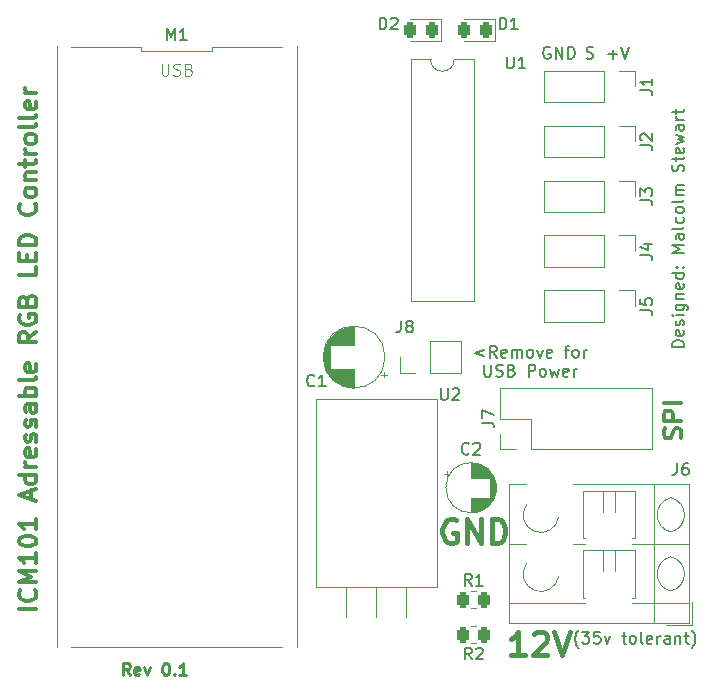
<source format=gto>
%TF.GenerationSoftware,KiCad,Pcbnew,7.0.5-0*%
%TF.CreationDate,2024-02-27T14:02:21-05:00*%
%TF.ProjectId,LED Controller,4c454420-436f-46e7-9472-6f6c6c65722e,rev?*%
%TF.SameCoordinates,Original*%
%TF.FileFunction,Legend,Top*%
%TF.FilePolarity,Positive*%
%FSLAX46Y46*%
G04 Gerber Fmt 4.6, Leading zero omitted, Abs format (unit mm)*
G04 Created by KiCad (PCBNEW 7.0.5-0) date 2024-02-27 14:02:21*
%MOMM*%
%LPD*%
G01*
G04 APERTURE LIST*
G04 Aperture macros list*
%AMRoundRect*
0 Rectangle with rounded corners*
0 $1 Rounding radius*
0 $2 $3 $4 $5 $6 $7 $8 $9 X,Y pos of 4 corners*
0 Add a 4 corners polygon primitive as box body*
4,1,4,$2,$3,$4,$5,$6,$7,$8,$9,$2,$3,0*
0 Add four circle primitives for the rounded corners*
1,1,$1+$1,$2,$3*
1,1,$1+$1,$4,$5*
1,1,$1+$1,$6,$7*
1,1,$1+$1,$8,$9*
0 Add four rect primitives between the rounded corners*
20,1,$1+$1,$2,$3,$4,$5,0*
20,1,$1+$1,$4,$5,$6,$7,0*
20,1,$1+$1,$6,$7,$8,$9,0*
20,1,$1+$1,$8,$9,$2,$3,0*%
G04 Aperture macros list end*
%ADD10C,0.150000*%
%ADD11C,0.200000*%
%ADD12C,0.400000*%
%ADD13C,0.300000*%
%ADD14C,0.250000*%
%ADD15C,0.100000*%
%ADD16C,0.120000*%
%ADD17R,1.200000X1.200000*%
%ADD18C,1.200000*%
%ADD19R,1.700000X1.700000*%
%ADD20O,1.700000X1.700000*%
%ADD21C,2.100000*%
%ADD22RoundRect,0.250000X-0.262500X-0.450000X0.262500X-0.450000X0.262500X0.450000X-0.262500X0.450000X0*%
%ADD23RoundRect,0.243750X0.243750X0.456250X-0.243750X0.456250X-0.243750X-0.456250X0.243750X-0.456250X0*%
%ADD24R,3.000000X2.000000*%
%ADD25O,3.000000X2.000000*%
%ADD26C,1.600000*%
%ADD27R,1.600000X1.600000*%
%ADD28O,1.600000X1.600000*%
%ADD29O,3.500000X3.500000*%
%ADD30R,1.905000X2.000000*%
%ADD31O,1.905000X2.000000*%
%ADD32RoundRect,0.250000X0.262500X0.450000X-0.262500X0.450000X-0.262500X-0.450000X0.262500X-0.450000X0*%
G04 APERTURE END LIST*
D10*
X178089160Y-60401200D02*
X178232017Y-60448819D01*
X178232017Y-60448819D02*
X178470112Y-60448819D01*
X178470112Y-60448819D02*
X178565350Y-60401200D01*
X178565350Y-60401200D02*
X178612969Y-60353580D01*
X178612969Y-60353580D02*
X178660588Y-60258342D01*
X178660588Y-60258342D02*
X178660588Y-60163104D01*
X178660588Y-60163104D02*
X178612969Y-60067866D01*
X178612969Y-60067866D02*
X178565350Y-60020247D01*
X178565350Y-60020247D02*
X178470112Y-59972628D01*
X178470112Y-59972628D02*
X178279636Y-59925009D01*
X178279636Y-59925009D02*
X178184398Y-59877390D01*
X178184398Y-59877390D02*
X178136779Y-59829771D01*
X178136779Y-59829771D02*
X178089160Y-59734533D01*
X178089160Y-59734533D02*
X178089160Y-59639295D01*
X178089160Y-59639295D02*
X178136779Y-59544057D01*
X178136779Y-59544057D02*
X178184398Y-59496438D01*
X178184398Y-59496438D02*
X178279636Y-59448819D01*
X178279636Y-59448819D02*
X178517731Y-59448819D01*
X178517731Y-59448819D02*
X178660588Y-59496438D01*
D11*
X169406578Y-85093552D02*
X168644673Y-85379266D01*
X168644673Y-85379266D02*
X169406578Y-85664980D01*
X170454196Y-85760219D02*
X170120863Y-85284028D01*
X169882768Y-85760219D02*
X169882768Y-84760219D01*
X169882768Y-84760219D02*
X170263720Y-84760219D01*
X170263720Y-84760219D02*
X170358958Y-84807838D01*
X170358958Y-84807838D02*
X170406577Y-84855457D01*
X170406577Y-84855457D02*
X170454196Y-84950695D01*
X170454196Y-84950695D02*
X170454196Y-85093552D01*
X170454196Y-85093552D02*
X170406577Y-85188790D01*
X170406577Y-85188790D02*
X170358958Y-85236409D01*
X170358958Y-85236409D02*
X170263720Y-85284028D01*
X170263720Y-85284028D02*
X169882768Y-85284028D01*
X171263720Y-85712600D02*
X171168482Y-85760219D01*
X171168482Y-85760219D02*
X170978006Y-85760219D01*
X170978006Y-85760219D02*
X170882768Y-85712600D01*
X170882768Y-85712600D02*
X170835149Y-85617361D01*
X170835149Y-85617361D02*
X170835149Y-85236409D01*
X170835149Y-85236409D02*
X170882768Y-85141171D01*
X170882768Y-85141171D02*
X170978006Y-85093552D01*
X170978006Y-85093552D02*
X171168482Y-85093552D01*
X171168482Y-85093552D02*
X171263720Y-85141171D01*
X171263720Y-85141171D02*
X171311339Y-85236409D01*
X171311339Y-85236409D02*
X171311339Y-85331647D01*
X171311339Y-85331647D02*
X170835149Y-85426885D01*
X171739911Y-85760219D02*
X171739911Y-85093552D01*
X171739911Y-85188790D02*
X171787530Y-85141171D01*
X171787530Y-85141171D02*
X171882768Y-85093552D01*
X171882768Y-85093552D02*
X172025625Y-85093552D01*
X172025625Y-85093552D02*
X172120863Y-85141171D01*
X172120863Y-85141171D02*
X172168482Y-85236409D01*
X172168482Y-85236409D02*
X172168482Y-85760219D01*
X172168482Y-85236409D02*
X172216101Y-85141171D01*
X172216101Y-85141171D02*
X172311339Y-85093552D01*
X172311339Y-85093552D02*
X172454196Y-85093552D01*
X172454196Y-85093552D02*
X172549435Y-85141171D01*
X172549435Y-85141171D02*
X172597054Y-85236409D01*
X172597054Y-85236409D02*
X172597054Y-85760219D01*
X173216101Y-85760219D02*
X173120863Y-85712600D01*
X173120863Y-85712600D02*
X173073244Y-85664980D01*
X173073244Y-85664980D02*
X173025625Y-85569742D01*
X173025625Y-85569742D02*
X173025625Y-85284028D01*
X173025625Y-85284028D02*
X173073244Y-85188790D01*
X173073244Y-85188790D02*
X173120863Y-85141171D01*
X173120863Y-85141171D02*
X173216101Y-85093552D01*
X173216101Y-85093552D02*
X173358958Y-85093552D01*
X173358958Y-85093552D02*
X173454196Y-85141171D01*
X173454196Y-85141171D02*
X173501815Y-85188790D01*
X173501815Y-85188790D02*
X173549434Y-85284028D01*
X173549434Y-85284028D02*
X173549434Y-85569742D01*
X173549434Y-85569742D02*
X173501815Y-85664980D01*
X173501815Y-85664980D02*
X173454196Y-85712600D01*
X173454196Y-85712600D02*
X173358958Y-85760219D01*
X173358958Y-85760219D02*
X173216101Y-85760219D01*
X173882768Y-85093552D02*
X174120863Y-85760219D01*
X174120863Y-85760219D02*
X174358958Y-85093552D01*
X175120863Y-85712600D02*
X175025625Y-85760219D01*
X175025625Y-85760219D02*
X174835149Y-85760219D01*
X174835149Y-85760219D02*
X174739911Y-85712600D01*
X174739911Y-85712600D02*
X174692292Y-85617361D01*
X174692292Y-85617361D02*
X174692292Y-85236409D01*
X174692292Y-85236409D02*
X174739911Y-85141171D01*
X174739911Y-85141171D02*
X174835149Y-85093552D01*
X174835149Y-85093552D02*
X175025625Y-85093552D01*
X175025625Y-85093552D02*
X175120863Y-85141171D01*
X175120863Y-85141171D02*
X175168482Y-85236409D01*
X175168482Y-85236409D02*
X175168482Y-85331647D01*
X175168482Y-85331647D02*
X174692292Y-85426885D01*
X176216102Y-85093552D02*
X176597054Y-85093552D01*
X176358959Y-85760219D02*
X176358959Y-84903076D01*
X176358959Y-84903076D02*
X176406578Y-84807838D01*
X176406578Y-84807838D02*
X176501816Y-84760219D01*
X176501816Y-84760219D02*
X176597054Y-84760219D01*
X177073245Y-85760219D02*
X176978007Y-85712600D01*
X176978007Y-85712600D02*
X176930388Y-85664980D01*
X176930388Y-85664980D02*
X176882769Y-85569742D01*
X176882769Y-85569742D02*
X176882769Y-85284028D01*
X176882769Y-85284028D02*
X176930388Y-85188790D01*
X176930388Y-85188790D02*
X176978007Y-85141171D01*
X176978007Y-85141171D02*
X177073245Y-85093552D01*
X177073245Y-85093552D02*
X177216102Y-85093552D01*
X177216102Y-85093552D02*
X177311340Y-85141171D01*
X177311340Y-85141171D02*
X177358959Y-85188790D01*
X177358959Y-85188790D02*
X177406578Y-85284028D01*
X177406578Y-85284028D02*
X177406578Y-85569742D01*
X177406578Y-85569742D02*
X177358959Y-85664980D01*
X177358959Y-85664980D02*
X177311340Y-85712600D01*
X177311340Y-85712600D02*
X177216102Y-85760219D01*
X177216102Y-85760219D02*
X177073245Y-85760219D01*
X177835150Y-85760219D02*
X177835150Y-85093552D01*
X177835150Y-85284028D02*
X177882769Y-85188790D01*
X177882769Y-85188790D02*
X177930388Y-85141171D01*
X177930388Y-85141171D02*
X178025626Y-85093552D01*
X178025626Y-85093552D02*
X178120864Y-85093552D01*
X169406578Y-86370219D02*
X169406578Y-87179742D01*
X169406578Y-87179742D02*
X169454197Y-87274980D01*
X169454197Y-87274980D02*
X169501816Y-87322600D01*
X169501816Y-87322600D02*
X169597054Y-87370219D01*
X169597054Y-87370219D02*
X169787530Y-87370219D01*
X169787530Y-87370219D02*
X169882768Y-87322600D01*
X169882768Y-87322600D02*
X169930387Y-87274980D01*
X169930387Y-87274980D02*
X169978006Y-87179742D01*
X169978006Y-87179742D02*
X169978006Y-86370219D01*
X170406578Y-87322600D02*
X170549435Y-87370219D01*
X170549435Y-87370219D02*
X170787530Y-87370219D01*
X170787530Y-87370219D02*
X170882768Y-87322600D01*
X170882768Y-87322600D02*
X170930387Y-87274980D01*
X170930387Y-87274980D02*
X170978006Y-87179742D01*
X170978006Y-87179742D02*
X170978006Y-87084504D01*
X170978006Y-87084504D02*
X170930387Y-86989266D01*
X170930387Y-86989266D02*
X170882768Y-86941647D01*
X170882768Y-86941647D02*
X170787530Y-86894028D01*
X170787530Y-86894028D02*
X170597054Y-86846409D01*
X170597054Y-86846409D02*
X170501816Y-86798790D01*
X170501816Y-86798790D02*
X170454197Y-86751171D01*
X170454197Y-86751171D02*
X170406578Y-86655933D01*
X170406578Y-86655933D02*
X170406578Y-86560695D01*
X170406578Y-86560695D02*
X170454197Y-86465457D01*
X170454197Y-86465457D02*
X170501816Y-86417838D01*
X170501816Y-86417838D02*
X170597054Y-86370219D01*
X170597054Y-86370219D02*
X170835149Y-86370219D01*
X170835149Y-86370219D02*
X170978006Y-86417838D01*
X171739911Y-86846409D02*
X171882768Y-86894028D01*
X171882768Y-86894028D02*
X171930387Y-86941647D01*
X171930387Y-86941647D02*
X171978006Y-87036885D01*
X171978006Y-87036885D02*
X171978006Y-87179742D01*
X171978006Y-87179742D02*
X171930387Y-87274980D01*
X171930387Y-87274980D02*
X171882768Y-87322600D01*
X171882768Y-87322600D02*
X171787530Y-87370219D01*
X171787530Y-87370219D02*
X171406578Y-87370219D01*
X171406578Y-87370219D02*
X171406578Y-86370219D01*
X171406578Y-86370219D02*
X171739911Y-86370219D01*
X171739911Y-86370219D02*
X171835149Y-86417838D01*
X171835149Y-86417838D02*
X171882768Y-86465457D01*
X171882768Y-86465457D02*
X171930387Y-86560695D01*
X171930387Y-86560695D02*
X171930387Y-86655933D01*
X171930387Y-86655933D02*
X171882768Y-86751171D01*
X171882768Y-86751171D02*
X171835149Y-86798790D01*
X171835149Y-86798790D02*
X171739911Y-86846409D01*
X171739911Y-86846409D02*
X171406578Y-86846409D01*
X173168483Y-87370219D02*
X173168483Y-86370219D01*
X173168483Y-86370219D02*
X173549435Y-86370219D01*
X173549435Y-86370219D02*
X173644673Y-86417838D01*
X173644673Y-86417838D02*
X173692292Y-86465457D01*
X173692292Y-86465457D02*
X173739911Y-86560695D01*
X173739911Y-86560695D02*
X173739911Y-86703552D01*
X173739911Y-86703552D02*
X173692292Y-86798790D01*
X173692292Y-86798790D02*
X173644673Y-86846409D01*
X173644673Y-86846409D02*
X173549435Y-86894028D01*
X173549435Y-86894028D02*
X173168483Y-86894028D01*
X174311340Y-87370219D02*
X174216102Y-87322600D01*
X174216102Y-87322600D02*
X174168483Y-87274980D01*
X174168483Y-87274980D02*
X174120864Y-87179742D01*
X174120864Y-87179742D02*
X174120864Y-86894028D01*
X174120864Y-86894028D02*
X174168483Y-86798790D01*
X174168483Y-86798790D02*
X174216102Y-86751171D01*
X174216102Y-86751171D02*
X174311340Y-86703552D01*
X174311340Y-86703552D02*
X174454197Y-86703552D01*
X174454197Y-86703552D02*
X174549435Y-86751171D01*
X174549435Y-86751171D02*
X174597054Y-86798790D01*
X174597054Y-86798790D02*
X174644673Y-86894028D01*
X174644673Y-86894028D02*
X174644673Y-87179742D01*
X174644673Y-87179742D02*
X174597054Y-87274980D01*
X174597054Y-87274980D02*
X174549435Y-87322600D01*
X174549435Y-87322600D02*
X174454197Y-87370219D01*
X174454197Y-87370219D02*
X174311340Y-87370219D01*
X174978007Y-86703552D02*
X175168483Y-87370219D01*
X175168483Y-87370219D02*
X175358959Y-86894028D01*
X175358959Y-86894028D02*
X175549435Y-87370219D01*
X175549435Y-87370219D02*
X175739911Y-86703552D01*
X176501816Y-87322600D02*
X176406578Y-87370219D01*
X176406578Y-87370219D02*
X176216102Y-87370219D01*
X176216102Y-87370219D02*
X176120864Y-87322600D01*
X176120864Y-87322600D02*
X176073245Y-87227361D01*
X176073245Y-87227361D02*
X176073245Y-86846409D01*
X176073245Y-86846409D02*
X176120864Y-86751171D01*
X176120864Y-86751171D02*
X176216102Y-86703552D01*
X176216102Y-86703552D02*
X176406578Y-86703552D01*
X176406578Y-86703552D02*
X176501816Y-86751171D01*
X176501816Y-86751171D02*
X176549435Y-86846409D01*
X176549435Y-86846409D02*
X176549435Y-86941647D01*
X176549435Y-86941647D02*
X176073245Y-87036885D01*
X176978007Y-87370219D02*
X176978007Y-86703552D01*
X176978007Y-86894028D02*
X177025626Y-86798790D01*
X177025626Y-86798790D02*
X177073245Y-86751171D01*
X177073245Y-86751171D02*
X177168483Y-86703552D01*
X177168483Y-86703552D02*
X177263721Y-86703552D01*
D12*
X167013966Y-99556676D02*
X166823490Y-99461438D01*
X166823490Y-99461438D02*
X166537776Y-99461438D01*
X166537776Y-99461438D02*
X166252061Y-99556676D01*
X166252061Y-99556676D02*
X166061585Y-99747152D01*
X166061585Y-99747152D02*
X165966347Y-99937628D01*
X165966347Y-99937628D02*
X165871109Y-100318580D01*
X165871109Y-100318580D02*
X165871109Y-100604295D01*
X165871109Y-100604295D02*
X165966347Y-100985247D01*
X165966347Y-100985247D02*
X166061585Y-101175723D01*
X166061585Y-101175723D02*
X166252061Y-101366200D01*
X166252061Y-101366200D02*
X166537776Y-101461438D01*
X166537776Y-101461438D02*
X166728252Y-101461438D01*
X166728252Y-101461438D02*
X167013966Y-101366200D01*
X167013966Y-101366200D02*
X167109204Y-101270961D01*
X167109204Y-101270961D02*
X167109204Y-100604295D01*
X167109204Y-100604295D02*
X166728252Y-100604295D01*
X167966347Y-101461438D02*
X167966347Y-99461438D01*
X167966347Y-99461438D02*
X169109204Y-101461438D01*
X169109204Y-101461438D02*
X169109204Y-99461438D01*
X170061585Y-101461438D02*
X170061585Y-99461438D01*
X170061585Y-99461438D02*
X170537775Y-99461438D01*
X170537775Y-99461438D02*
X170823490Y-99556676D01*
X170823490Y-99556676D02*
X171013966Y-99747152D01*
X171013966Y-99747152D02*
X171109204Y-99937628D01*
X171109204Y-99937628D02*
X171204442Y-100318580D01*
X171204442Y-100318580D02*
X171204442Y-100604295D01*
X171204442Y-100604295D02*
X171109204Y-100985247D01*
X171109204Y-100985247D02*
X171013966Y-101175723D01*
X171013966Y-101175723D02*
X170823490Y-101366200D01*
X170823490Y-101366200D02*
X170537775Y-101461438D01*
X170537775Y-101461438D02*
X170061585Y-101461438D01*
D13*
X131499828Y-107014489D02*
X129999828Y-107014489D01*
X131356971Y-105443060D02*
X131428400Y-105514488D01*
X131428400Y-105514488D02*
X131499828Y-105728774D01*
X131499828Y-105728774D02*
X131499828Y-105871631D01*
X131499828Y-105871631D02*
X131428400Y-106085917D01*
X131428400Y-106085917D02*
X131285542Y-106228774D01*
X131285542Y-106228774D02*
X131142685Y-106300203D01*
X131142685Y-106300203D02*
X130856971Y-106371631D01*
X130856971Y-106371631D02*
X130642685Y-106371631D01*
X130642685Y-106371631D02*
X130356971Y-106300203D01*
X130356971Y-106300203D02*
X130214114Y-106228774D01*
X130214114Y-106228774D02*
X130071257Y-106085917D01*
X130071257Y-106085917D02*
X129999828Y-105871631D01*
X129999828Y-105871631D02*
X129999828Y-105728774D01*
X129999828Y-105728774D02*
X130071257Y-105514488D01*
X130071257Y-105514488D02*
X130142685Y-105443060D01*
X131499828Y-104800203D02*
X129999828Y-104800203D01*
X129999828Y-104800203D02*
X131071257Y-104300203D01*
X131071257Y-104300203D02*
X129999828Y-103800203D01*
X129999828Y-103800203D02*
X131499828Y-103800203D01*
X131499828Y-102300202D02*
X131499828Y-103157345D01*
X131499828Y-102728774D02*
X129999828Y-102728774D01*
X129999828Y-102728774D02*
X130214114Y-102871631D01*
X130214114Y-102871631D02*
X130356971Y-103014488D01*
X130356971Y-103014488D02*
X130428400Y-103157345D01*
X129999828Y-101371631D02*
X129999828Y-101228774D01*
X129999828Y-101228774D02*
X130071257Y-101085917D01*
X130071257Y-101085917D02*
X130142685Y-101014489D01*
X130142685Y-101014489D02*
X130285542Y-100943060D01*
X130285542Y-100943060D02*
X130571257Y-100871631D01*
X130571257Y-100871631D02*
X130928400Y-100871631D01*
X130928400Y-100871631D02*
X131214114Y-100943060D01*
X131214114Y-100943060D02*
X131356971Y-101014489D01*
X131356971Y-101014489D02*
X131428400Y-101085917D01*
X131428400Y-101085917D02*
X131499828Y-101228774D01*
X131499828Y-101228774D02*
X131499828Y-101371631D01*
X131499828Y-101371631D02*
X131428400Y-101514489D01*
X131428400Y-101514489D02*
X131356971Y-101585917D01*
X131356971Y-101585917D02*
X131214114Y-101657346D01*
X131214114Y-101657346D02*
X130928400Y-101728774D01*
X130928400Y-101728774D02*
X130571257Y-101728774D01*
X130571257Y-101728774D02*
X130285542Y-101657346D01*
X130285542Y-101657346D02*
X130142685Y-101585917D01*
X130142685Y-101585917D02*
X130071257Y-101514489D01*
X130071257Y-101514489D02*
X129999828Y-101371631D01*
X131499828Y-99443060D02*
X131499828Y-100300203D01*
X131499828Y-99871632D02*
X129999828Y-99871632D01*
X129999828Y-99871632D02*
X130214114Y-100014489D01*
X130214114Y-100014489D02*
X130356971Y-100157346D01*
X130356971Y-100157346D02*
X130428400Y-100300203D01*
X131071257Y-97728775D02*
X131071257Y-97014490D01*
X131499828Y-97871632D02*
X129999828Y-97371632D01*
X129999828Y-97371632D02*
X131499828Y-96871632D01*
X131499828Y-95728776D02*
X129999828Y-95728776D01*
X131428400Y-95728776D02*
X131499828Y-95871633D01*
X131499828Y-95871633D02*
X131499828Y-96157347D01*
X131499828Y-96157347D02*
X131428400Y-96300204D01*
X131428400Y-96300204D02*
X131356971Y-96371633D01*
X131356971Y-96371633D02*
X131214114Y-96443061D01*
X131214114Y-96443061D02*
X130785542Y-96443061D01*
X130785542Y-96443061D02*
X130642685Y-96371633D01*
X130642685Y-96371633D02*
X130571257Y-96300204D01*
X130571257Y-96300204D02*
X130499828Y-96157347D01*
X130499828Y-96157347D02*
X130499828Y-95871633D01*
X130499828Y-95871633D02*
X130571257Y-95728776D01*
X131499828Y-95014490D02*
X130499828Y-95014490D01*
X130785542Y-95014490D02*
X130642685Y-94943061D01*
X130642685Y-94943061D02*
X130571257Y-94871633D01*
X130571257Y-94871633D02*
X130499828Y-94728775D01*
X130499828Y-94728775D02*
X130499828Y-94585918D01*
X131428400Y-93514490D02*
X131499828Y-93657347D01*
X131499828Y-93657347D02*
X131499828Y-93943062D01*
X131499828Y-93943062D02*
X131428400Y-94085919D01*
X131428400Y-94085919D02*
X131285542Y-94157347D01*
X131285542Y-94157347D02*
X130714114Y-94157347D01*
X130714114Y-94157347D02*
X130571257Y-94085919D01*
X130571257Y-94085919D02*
X130499828Y-93943062D01*
X130499828Y-93943062D02*
X130499828Y-93657347D01*
X130499828Y-93657347D02*
X130571257Y-93514490D01*
X130571257Y-93514490D02*
X130714114Y-93443062D01*
X130714114Y-93443062D02*
X130856971Y-93443062D01*
X130856971Y-93443062D02*
X130999828Y-94157347D01*
X131428400Y-92871633D02*
X131499828Y-92728776D01*
X131499828Y-92728776D02*
X131499828Y-92443062D01*
X131499828Y-92443062D02*
X131428400Y-92300205D01*
X131428400Y-92300205D02*
X131285542Y-92228776D01*
X131285542Y-92228776D02*
X131214114Y-92228776D01*
X131214114Y-92228776D02*
X131071257Y-92300205D01*
X131071257Y-92300205D02*
X130999828Y-92443062D01*
X130999828Y-92443062D02*
X130999828Y-92657348D01*
X130999828Y-92657348D02*
X130928400Y-92800205D01*
X130928400Y-92800205D02*
X130785542Y-92871633D01*
X130785542Y-92871633D02*
X130714114Y-92871633D01*
X130714114Y-92871633D02*
X130571257Y-92800205D01*
X130571257Y-92800205D02*
X130499828Y-92657348D01*
X130499828Y-92657348D02*
X130499828Y-92443062D01*
X130499828Y-92443062D02*
X130571257Y-92300205D01*
X131428400Y-91657347D02*
X131499828Y-91514490D01*
X131499828Y-91514490D02*
X131499828Y-91228776D01*
X131499828Y-91228776D02*
X131428400Y-91085919D01*
X131428400Y-91085919D02*
X131285542Y-91014490D01*
X131285542Y-91014490D02*
X131214114Y-91014490D01*
X131214114Y-91014490D02*
X131071257Y-91085919D01*
X131071257Y-91085919D02*
X130999828Y-91228776D01*
X130999828Y-91228776D02*
X130999828Y-91443062D01*
X130999828Y-91443062D02*
X130928400Y-91585919D01*
X130928400Y-91585919D02*
X130785542Y-91657347D01*
X130785542Y-91657347D02*
X130714114Y-91657347D01*
X130714114Y-91657347D02*
X130571257Y-91585919D01*
X130571257Y-91585919D02*
X130499828Y-91443062D01*
X130499828Y-91443062D02*
X130499828Y-91228776D01*
X130499828Y-91228776D02*
X130571257Y-91085919D01*
X131499828Y-89728776D02*
X130714114Y-89728776D01*
X130714114Y-89728776D02*
X130571257Y-89800204D01*
X130571257Y-89800204D02*
X130499828Y-89943061D01*
X130499828Y-89943061D02*
X130499828Y-90228776D01*
X130499828Y-90228776D02*
X130571257Y-90371633D01*
X131428400Y-89728776D02*
X131499828Y-89871633D01*
X131499828Y-89871633D02*
X131499828Y-90228776D01*
X131499828Y-90228776D02*
X131428400Y-90371633D01*
X131428400Y-90371633D02*
X131285542Y-90443061D01*
X131285542Y-90443061D02*
X131142685Y-90443061D01*
X131142685Y-90443061D02*
X130999828Y-90371633D01*
X130999828Y-90371633D02*
X130928400Y-90228776D01*
X130928400Y-90228776D02*
X130928400Y-89871633D01*
X130928400Y-89871633D02*
X130856971Y-89728776D01*
X131499828Y-89014490D02*
X129999828Y-89014490D01*
X130571257Y-89014490D02*
X130499828Y-88871633D01*
X130499828Y-88871633D02*
X130499828Y-88585918D01*
X130499828Y-88585918D02*
X130571257Y-88443061D01*
X130571257Y-88443061D02*
X130642685Y-88371633D01*
X130642685Y-88371633D02*
X130785542Y-88300204D01*
X130785542Y-88300204D02*
X131214114Y-88300204D01*
X131214114Y-88300204D02*
X131356971Y-88371633D01*
X131356971Y-88371633D02*
X131428400Y-88443061D01*
X131428400Y-88443061D02*
X131499828Y-88585918D01*
X131499828Y-88585918D02*
X131499828Y-88871633D01*
X131499828Y-88871633D02*
X131428400Y-89014490D01*
X131499828Y-87443061D02*
X131428400Y-87585918D01*
X131428400Y-87585918D02*
X131285542Y-87657347D01*
X131285542Y-87657347D02*
X129999828Y-87657347D01*
X131428400Y-86300204D02*
X131499828Y-86443061D01*
X131499828Y-86443061D02*
X131499828Y-86728776D01*
X131499828Y-86728776D02*
X131428400Y-86871633D01*
X131428400Y-86871633D02*
X131285542Y-86943061D01*
X131285542Y-86943061D02*
X130714114Y-86943061D01*
X130714114Y-86943061D02*
X130571257Y-86871633D01*
X130571257Y-86871633D02*
X130499828Y-86728776D01*
X130499828Y-86728776D02*
X130499828Y-86443061D01*
X130499828Y-86443061D02*
X130571257Y-86300204D01*
X130571257Y-86300204D02*
X130714114Y-86228776D01*
X130714114Y-86228776D02*
X130856971Y-86228776D01*
X130856971Y-86228776D02*
X130999828Y-86943061D01*
X131499828Y-83585919D02*
X130785542Y-84085919D01*
X131499828Y-84443062D02*
X129999828Y-84443062D01*
X129999828Y-84443062D02*
X129999828Y-83871633D01*
X129999828Y-83871633D02*
X130071257Y-83728776D01*
X130071257Y-83728776D02*
X130142685Y-83657347D01*
X130142685Y-83657347D02*
X130285542Y-83585919D01*
X130285542Y-83585919D02*
X130499828Y-83585919D01*
X130499828Y-83585919D02*
X130642685Y-83657347D01*
X130642685Y-83657347D02*
X130714114Y-83728776D01*
X130714114Y-83728776D02*
X130785542Y-83871633D01*
X130785542Y-83871633D02*
X130785542Y-84443062D01*
X130071257Y-82157347D02*
X129999828Y-82300205D01*
X129999828Y-82300205D02*
X129999828Y-82514490D01*
X129999828Y-82514490D02*
X130071257Y-82728776D01*
X130071257Y-82728776D02*
X130214114Y-82871633D01*
X130214114Y-82871633D02*
X130356971Y-82943062D01*
X130356971Y-82943062D02*
X130642685Y-83014490D01*
X130642685Y-83014490D02*
X130856971Y-83014490D01*
X130856971Y-83014490D02*
X131142685Y-82943062D01*
X131142685Y-82943062D02*
X131285542Y-82871633D01*
X131285542Y-82871633D02*
X131428400Y-82728776D01*
X131428400Y-82728776D02*
X131499828Y-82514490D01*
X131499828Y-82514490D02*
X131499828Y-82371633D01*
X131499828Y-82371633D02*
X131428400Y-82157347D01*
X131428400Y-82157347D02*
X131356971Y-82085919D01*
X131356971Y-82085919D02*
X130856971Y-82085919D01*
X130856971Y-82085919D02*
X130856971Y-82371633D01*
X130714114Y-80943062D02*
X130785542Y-80728776D01*
X130785542Y-80728776D02*
X130856971Y-80657347D01*
X130856971Y-80657347D02*
X130999828Y-80585919D01*
X130999828Y-80585919D02*
X131214114Y-80585919D01*
X131214114Y-80585919D02*
X131356971Y-80657347D01*
X131356971Y-80657347D02*
X131428400Y-80728776D01*
X131428400Y-80728776D02*
X131499828Y-80871633D01*
X131499828Y-80871633D02*
X131499828Y-81443062D01*
X131499828Y-81443062D02*
X129999828Y-81443062D01*
X129999828Y-81443062D02*
X129999828Y-80943062D01*
X129999828Y-80943062D02*
X130071257Y-80800205D01*
X130071257Y-80800205D02*
X130142685Y-80728776D01*
X130142685Y-80728776D02*
X130285542Y-80657347D01*
X130285542Y-80657347D02*
X130428400Y-80657347D01*
X130428400Y-80657347D02*
X130571257Y-80728776D01*
X130571257Y-80728776D02*
X130642685Y-80800205D01*
X130642685Y-80800205D02*
X130714114Y-80943062D01*
X130714114Y-80943062D02*
X130714114Y-81443062D01*
X131499828Y-78085919D02*
X131499828Y-78800205D01*
X131499828Y-78800205D02*
X129999828Y-78800205D01*
X130714114Y-77585919D02*
X130714114Y-77085919D01*
X131499828Y-76871633D02*
X131499828Y-77585919D01*
X131499828Y-77585919D02*
X129999828Y-77585919D01*
X129999828Y-77585919D02*
X129999828Y-76871633D01*
X131499828Y-76228776D02*
X129999828Y-76228776D01*
X129999828Y-76228776D02*
X129999828Y-75871633D01*
X129999828Y-75871633D02*
X130071257Y-75657347D01*
X130071257Y-75657347D02*
X130214114Y-75514490D01*
X130214114Y-75514490D02*
X130356971Y-75443061D01*
X130356971Y-75443061D02*
X130642685Y-75371633D01*
X130642685Y-75371633D02*
X130856971Y-75371633D01*
X130856971Y-75371633D02*
X131142685Y-75443061D01*
X131142685Y-75443061D02*
X131285542Y-75514490D01*
X131285542Y-75514490D02*
X131428400Y-75657347D01*
X131428400Y-75657347D02*
X131499828Y-75871633D01*
X131499828Y-75871633D02*
X131499828Y-76228776D01*
X131356971Y-72728776D02*
X131428400Y-72800204D01*
X131428400Y-72800204D02*
X131499828Y-73014490D01*
X131499828Y-73014490D02*
X131499828Y-73157347D01*
X131499828Y-73157347D02*
X131428400Y-73371633D01*
X131428400Y-73371633D02*
X131285542Y-73514490D01*
X131285542Y-73514490D02*
X131142685Y-73585919D01*
X131142685Y-73585919D02*
X130856971Y-73657347D01*
X130856971Y-73657347D02*
X130642685Y-73657347D01*
X130642685Y-73657347D02*
X130356971Y-73585919D01*
X130356971Y-73585919D02*
X130214114Y-73514490D01*
X130214114Y-73514490D02*
X130071257Y-73371633D01*
X130071257Y-73371633D02*
X129999828Y-73157347D01*
X129999828Y-73157347D02*
X129999828Y-73014490D01*
X129999828Y-73014490D02*
X130071257Y-72800204D01*
X130071257Y-72800204D02*
X130142685Y-72728776D01*
X131499828Y-71871633D02*
X131428400Y-72014490D01*
X131428400Y-72014490D02*
X131356971Y-72085919D01*
X131356971Y-72085919D02*
X131214114Y-72157347D01*
X131214114Y-72157347D02*
X130785542Y-72157347D01*
X130785542Y-72157347D02*
X130642685Y-72085919D01*
X130642685Y-72085919D02*
X130571257Y-72014490D01*
X130571257Y-72014490D02*
X130499828Y-71871633D01*
X130499828Y-71871633D02*
X130499828Y-71657347D01*
X130499828Y-71657347D02*
X130571257Y-71514490D01*
X130571257Y-71514490D02*
X130642685Y-71443062D01*
X130642685Y-71443062D02*
X130785542Y-71371633D01*
X130785542Y-71371633D02*
X131214114Y-71371633D01*
X131214114Y-71371633D02*
X131356971Y-71443062D01*
X131356971Y-71443062D02*
X131428400Y-71514490D01*
X131428400Y-71514490D02*
X131499828Y-71657347D01*
X131499828Y-71657347D02*
X131499828Y-71871633D01*
X130499828Y-70728776D02*
X131499828Y-70728776D01*
X130642685Y-70728776D02*
X130571257Y-70657347D01*
X130571257Y-70657347D02*
X130499828Y-70514490D01*
X130499828Y-70514490D02*
X130499828Y-70300204D01*
X130499828Y-70300204D02*
X130571257Y-70157347D01*
X130571257Y-70157347D02*
X130714114Y-70085919D01*
X130714114Y-70085919D02*
X131499828Y-70085919D01*
X130499828Y-69585918D02*
X130499828Y-69014490D01*
X129999828Y-69371633D02*
X131285542Y-69371633D01*
X131285542Y-69371633D02*
X131428400Y-69300204D01*
X131428400Y-69300204D02*
X131499828Y-69157347D01*
X131499828Y-69157347D02*
X131499828Y-69014490D01*
X131499828Y-68514490D02*
X130499828Y-68514490D01*
X130785542Y-68514490D02*
X130642685Y-68443061D01*
X130642685Y-68443061D02*
X130571257Y-68371633D01*
X130571257Y-68371633D02*
X130499828Y-68228775D01*
X130499828Y-68228775D02*
X130499828Y-68085918D01*
X131499828Y-67371633D02*
X131428400Y-67514490D01*
X131428400Y-67514490D02*
X131356971Y-67585919D01*
X131356971Y-67585919D02*
X131214114Y-67657347D01*
X131214114Y-67657347D02*
X130785542Y-67657347D01*
X130785542Y-67657347D02*
X130642685Y-67585919D01*
X130642685Y-67585919D02*
X130571257Y-67514490D01*
X130571257Y-67514490D02*
X130499828Y-67371633D01*
X130499828Y-67371633D02*
X130499828Y-67157347D01*
X130499828Y-67157347D02*
X130571257Y-67014490D01*
X130571257Y-67014490D02*
X130642685Y-66943062D01*
X130642685Y-66943062D02*
X130785542Y-66871633D01*
X130785542Y-66871633D02*
X131214114Y-66871633D01*
X131214114Y-66871633D02*
X131356971Y-66943062D01*
X131356971Y-66943062D02*
X131428400Y-67014490D01*
X131428400Y-67014490D02*
X131499828Y-67157347D01*
X131499828Y-67157347D02*
X131499828Y-67371633D01*
X131499828Y-66014490D02*
X131428400Y-66157347D01*
X131428400Y-66157347D02*
X131285542Y-66228776D01*
X131285542Y-66228776D02*
X129999828Y-66228776D01*
X131499828Y-65228776D02*
X131428400Y-65371633D01*
X131428400Y-65371633D02*
X131285542Y-65443062D01*
X131285542Y-65443062D02*
X129999828Y-65443062D01*
X131428400Y-64085919D02*
X131499828Y-64228776D01*
X131499828Y-64228776D02*
X131499828Y-64514491D01*
X131499828Y-64514491D02*
X131428400Y-64657348D01*
X131428400Y-64657348D02*
X131285542Y-64728776D01*
X131285542Y-64728776D02*
X130714114Y-64728776D01*
X130714114Y-64728776D02*
X130571257Y-64657348D01*
X130571257Y-64657348D02*
X130499828Y-64514491D01*
X130499828Y-64514491D02*
X130499828Y-64228776D01*
X130499828Y-64228776D02*
X130571257Y-64085919D01*
X130571257Y-64085919D02*
X130714114Y-64014491D01*
X130714114Y-64014491D02*
X130856971Y-64014491D01*
X130856971Y-64014491D02*
X130999828Y-64728776D01*
X131499828Y-63371634D02*
X130499828Y-63371634D01*
X130785542Y-63371634D02*
X130642685Y-63300205D01*
X130642685Y-63300205D02*
X130571257Y-63228777D01*
X130571257Y-63228777D02*
X130499828Y-63085919D01*
X130499828Y-63085919D02*
X130499828Y-62943062D01*
D14*
X139403996Y-112640619D02*
X139070663Y-112164428D01*
X138832568Y-112640619D02*
X138832568Y-111640619D01*
X138832568Y-111640619D02*
X139213520Y-111640619D01*
X139213520Y-111640619D02*
X139308758Y-111688238D01*
X139308758Y-111688238D02*
X139356377Y-111735857D01*
X139356377Y-111735857D02*
X139403996Y-111831095D01*
X139403996Y-111831095D02*
X139403996Y-111973952D01*
X139403996Y-111973952D02*
X139356377Y-112069190D01*
X139356377Y-112069190D02*
X139308758Y-112116809D01*
X139308758Y-112116809D02*
X139213520Y-112164428D01*
X139213520Y-112164428D02*
X138832568Y-112164428D01*
X140213520Y-112593000D02*
X140118282Y-112640619D01*
X140118282Y-112640619D02*
X139927806Y-112640619D01*
X139927806Y-112640619D02*
X139832568Y-112593000D01*
X139832568Y-112593000D02*
X139784949Y-112497761D01*
X139784949Y-112497761D02*
X139784949Y-112116809D01*
X139784949Y-112116809D02*
X139832568Y-112021571D01*
X139832568Y-112021571D02*
X139927806Y-111973952D01*
X139927806Y-111973952D02*
X140118282Y-111973952D01*
X140118282Y-111973952D02*
X140213520Y-112021571D01*
X140213520Y-112021571D02*
X140261139Y-112116809D01*
X140261139Y-112116809D02*
X140261139Y-112212047D01*
X140261139Y-112212047D02*
X139784949Y-112307285D01*
X140594473Y-111973952D02*
X140832568Y-112640619D01*
X140832568Y-112640619D02*
X141070663Y-111973952D01*
X142403997Y-111640619D02*
X142499235Y-111640619D01*
X142499235Y-111640619D02*
X142594473Y-111688238D01*
X142594473Y-111688238D02*
X142642092Y-111735857D01*
X142642092Y-111735857D02*
X142689711Y-111831095D01*
X142689711Y-111831095D02*
X142737330Y-112021571D01*
X142737330Y-112021571D02*
X142737330Y-112259666D01*
X142737330Y-112259666D02*
X142689711Y-112450142D01*
X142689711Y-112450142D02*
X142642092Y-112545380D01*
X142642092Y-112545380D02*
X142594473Y-112593000D01*
X142594473Y-112593000D02*
X142499235Y-112640619D01*
X142499235Y-112640619D02*
X142403997Y-112640619D01*
X142403997Y-112640619D02*
X142308759Y-112593000D01*
X142308759Y-112593000D02*
X142261140Y-112545380D01*
X142261140Y-112545380D02*
X142213521Y-112450142D01*
X142213521Y-112450142D02*
X142165902Y-112259666D01*
X142165902Y-112259666D02*
X142165902Y-112021571D01*
X142165902Y-112021571D02*
X142213521Y-111831095D01*
X142213521Y-111831095D02*
X142261140Y-111735857D01*
X142261140Y-111735857D02*
X142308759Y-111688238D01*
X142308759Y-111688238D02*
X142403997Y-111640619D01*
X143165902Y-112545380D02*
X143213521Y-112593000D01*
X143213521Y-112593000D02*
X143165902Y-112640619D01*
X143165902Y-112640619D02*
X143118283Y-112593000D01*
X143118283Y-112593000D02*
X143165902Y-112545380D01*
X143165902Y-112545380D02*
X143165902Y-112640619D01*
X144165901Y-112640619D02*
X143594473Y-112640619D01*
X143880187Y-112640619D02*
X143880187Y-111640619D01*
X143880187Y-111640619D02*
X143784949Y-111783476D01*
X143784949Y-111783476D02*
X143689711Y-111878714D01*
X143689711Y-111878714D02*
X143594473Y-111926333D01*
D10*
X179914779Y-60067866D02*
X180676684Y-60067866D01*
X180295731Y-60448819D02*
X180295731Y-59686914D01*
X181010017Y-59448819D02*
X181343350Y-60448819D01*
X181343350Y-60448819D02*
X181676683Y-59448819D01*
X177406493Y-110359771D02*
X177358874Y-110312152D01*
X177358874Y-110312152D02*
X177263636Y-110169295D01*
X177263636Y-110169295D02*
X177216017Y-110074057D01*
X177216017Y-110074057D02*
X177168398Y-109931200D01*
X177168398Y-109931200D02*
X177120779Y-109693104D01*
X177120779Y-109693104D02*
X177120779Y-109502628D01*
X177120779Y-109502628D02*
X177168398Y-109264533D01*
X177168398Y-109264533D02*
X177216017Y-109121676D01*
X177216017Y-109121676D02*
X177263636Y-109026438D01*
X177263636Y-109026438D02*
X177358874Y-108883580D01*
X177358874Y-108883580D02*
X177406493Y-108835961D01*
X177692208Y-108978819D02*
X178311255Y-108978819D01*
X178311255Y-108978819D02*
X177977922Y-109359771D01*
X177977922Y-109359771D02*
X178120779Y-109359771D01*
X178120779Y-109359771D02*
X178216017Y-109407390D01*
X178216017Y-109407390D02*
X178263636Y-109455009D01*
X178263636Y-109455009D02*
X178311255Y-109550247D01*
X178311255Y-109550247D02*
X178311255Y-109788342D01*
X178311255Y-109788342D02*
X178263636Y-109883580D01*
X178263636Y-109883580D02*
X178216017Y-109931200D01*
X178216017Y-109931200D02*
X178120779Y-109978819D01*
X178120779Y-109978819D02*
X177835065Y-109978819D01*
X177835065Y-109978819D02*
X177739827Y-109931200D01*
X177739827Y-109931200D02*
X177692208Y-109883580D01*
X179216017Y-108978819D02*
X178739827Y-108978819D01*
X178739827Y-108978819D02*
X178692208Y-109455009D01*
X178692208Y-109455009D02*
X178739827Y-109407390D01*
X178739827Y-109407390D02*
X178835065Y-109359771D01*
X178835065Y-109359771D02*
X179073160Y-109359771D01*
X179073160Y-109359771D02*
X179168398Y-109407390D01*
X179168398Y-109407390D02*
X179216017Y-109455009D01*
X179216017Y-109455009D02*
X179263636Y-109550247D01*
X179263636Y-109550247D02*
X179263636Y-109788342D01*
X179263636Y-109788342D02*
X179216017Y-109883580D01*
X179216017Y-109883580D02*
X179168398Y-109931200D01*
X179168398Y-109931200D02*
X179073160Y-109978819D01*
X179073160Y-109978819D02*
X178835065Y-109978819D01*
X178835065Y-109978819D02*
X178739827Y-109931200D01*
X178739827Y-109931200D02*
X178692208Y-109883580D01*
X179596970Y-109312152D02*
X179835065Y-109978819D01*
X179835065Y-109978819D02*
X180073160Y-109312152D01*
X181073161Y-109312152D02*
X181454113Y-109312152D01*
X181216018Y-108978819D02*
X181216018Y-109835961D01*
X181216018Y-109835961D02*
X181263637Y-109931200D01*
X181263637Y-109931200D02*
X181358875Y-109978819D01*
X181358875Y-109978819D02*
X181454113Y-109978819D01*
X181930304Y-109978819D02*
X181835066Y-109931200D01*
X181835066Y-109931200D02*
X181787447Y-109883580D01*
X181787447Y-109883580D02*
X181739828Y-109788342D01*
X181739828Y-109788342D02*
X181739828Y-109502628D01*
X181739828Y-109502628D02*
X181787447Y-109407390D01*
X181787447Y-109407390D02*
X181835066Y-109359771D01*
X181835066Y-109359771D02*
X181930304Y-109312152D01*
X181930304Y-109312152D02*
X182073161Y-109312152D01*
X182073161Y-109312152D02*
X182168399Y-109359771D01*
X182168399Y-109359771D02*
X182216018Y-109407390D01*
X182216018Y-109407390D02*
X182263637Y-109502628D01*
X182263637Y-109502628D02*
X182263637Y-109788342D01*
X182263637Y-109788342D02*
X182216018Y-109883580D01*
X182216018Y-109883580D02*
X182168399Y-109931200D01*
X182168399Y-109931200D02*
X182073161Y-109978819D01*
X182073161Y-109978819D02*
X181930304Y-109978819D01*
X182835066Y-109978819D02*
X182739828Y-109931200D01*
X182739828Y-109931200D02*
X182692209Y-109835961D01*
X182692209Y-109835961D02*
X182692209Y-108978819D01*
X183596971Y-109931200D02*
X183501733Y-109978819D01*
X183501733Y-109978819D02*
X183311257Y-109978819D01*
X183311257Y-109978819D02*
X183216019Y-109931200D01*
X183216019Y-109931200D02*
X183168400Y-109835961D01*
X183168400Y-109835961D02*
X183168400Y-109455009D01*
X183168400Y-109455009D02*
X183216019Y-109359771D01*
X183216019Y-109359771D02*
X183311257Y-109312152D01*
X183311257Y-109312152D02*
X183501733Y-109312152D01*
X183501733Y-109312152D02*
X183596971Y-109359771D01*
X183596971Y-109359771D02*
X183644590Y-109455009D01*
X183644590Y-109455009D02*
X183644590Y-109550247D01*
X183644590Y-109550247D02*
X183168400Y-109645485D01*
X184073162Y-109978819D02*
X184073162Y-109312152D01*
X184073162Y-109502628D02*
X184120781Y-109407390D01*
X184120781Y-109407390D02*
X184168400Y-109359771D01*
X184168400Y-109359771D02*
X184263638Y-109312152D01*
X184263638Y-109312152D02*
X184358876Y-109312152D01*
X185120781Y-109978819D02*
X185120781Y-109455009D01*
X185120781Y-109455009D02*
X185073162Y-109359771D01*
X185073162Y-109359771D02*
X184977924Y-109312152D01*
X184977924Y-109312152D02*
X184787448Y-109312152D01*
X184787448Y-109312152D02*
X184692210Y-109359771D01*
X185120781Y-109931200D02*
X185025543Y-109978819D01*
X185025543Y-109978819D02*
X184787448Y-109978819D01*
X184787448Y-109978819D02*
X184692210Y-109931200D01*
X184692210Y-109931200D02*
X184644591Y-109835961D01*
X184644591Y-109835961D02*
X184644591Y-109740723D01*
X184644591Y-109740723D02*
X184692210Y-109645485D01*
X184692210Y-109645485D02*
X184787448Y-109597866D01*
X184787448Y-109597866D02*
X185025543Y-109597866D01*
X185025543Y-109597866D02*
X185120781Y-109550247D01*
X185596972Y-109312152D02*
X185596972Y-109978819D01*
X185596972Y-109407390D02*
X185644591Y-109359771D01*
X185644591Y-109359771D02*
X185739829Y-109312152D01*
X185739829Y-109312152D02*
X185882686Y-109312152D01*
X185882686Y-109312152D02*
X185977924Y-109359771D01*
X185977924Y-109359771D02*
X186025543Y-109455009D01*
X186025543Y-109455009D02*
X186025543Y-109978819D01*
X186358877Y-109312152D02*
X186739829Y-109312152D01*
X186501734Y-108978819D02*
X186501734Y-109835961D01*
X186501734Y-109835961D02*
X186549353Y-109931200D01*
X186549353Y-109931200D02*
X186644591Y-109978819D01*
X186644591Y-109978819D02*
X186739829Y-109978819D01*
X186977925Y-110359771D02*
X187025544Y-110312152D01*
X187025544Y-110312152D02*
X187120782Y-110169295D01*
X187120782Y-110169295D02*
X187168401Y-110074057D01*
X187168401Y-110074057D02*
X187216020Y-109931200D01*
X187216020Y-109931200D02*
X187263639Y-109693104D01*
X187263639Y-109693104D02*
X187263639Y-109502628D01*
X187263639Y-109502628D02*
X187216020Y-109264533D01*
X187216020Y-109264533D02*
X187168401Y-109121676D01*
X187168401Y-109121676D02*
X187120782Y-109026438D01*
X187120782Y-109026438D02*
X187025544Y-108883580D01*
X187025544Y-108883580D02*
X186977925Y-108835961D01*
D13*
X186038400Y-92607917D02*
X186109828Y-92393632D01*
X186109828Y-92393632D02*
X186109828Y-92036489D01*
X186109828Y-92036489D02*
X186038400Y-91893632D01*
X186038400Y-91893632D02*
X185966971Y-91822203D01*
X185966971Y-91822203D02*
X185824114Y-91750774D01*
X185824114Y-91750774D02*
X185681257Y-91750774D01*
X185681257Y-91750774D02*
X185538400Y-91822203D01*
X185538400Y-91822203D02*
X185466971Y-91893632D01*
X185466971Y-91893632D02*
X185395542Y-92036489D01*
X185395542Y-92036489D02*
X185324114Y-92322203D01*
X185324114Y-92322203D02*
X185252685Y-92465060D01*
X185252685Y-92465060D02*
X185181257Y-92536489D01*
X185181257Y-92536489D02*
X185038400Y-92607917D01*
X185038400Y-92607917D02*
X184895542Y-92607917D01*
X184895542Y-92607917D02*
X184752685Y-92536489D01*
X184752685Y-92536489D02*
X184681257Y-92465060D01*
X184681257Y-92465060D02*
X184609828Y-92322203D01*
X184609828Y-92322203D02*
X184609828Y-91965060D01*
X184609828Y-91965060D02*
X184681257Y-91750774D01*
X186109828Y-91107918D02*
X184609828Y-91107918D01*
X184609828Y-91107918D02*
X184609828Y-90536489D01*
X184609828Y-90536489D02*
X184681257Y-90393632D01*
X184681257Y-90393632D02*
X184752685Y-90322203D01*
X184752685Y-90322203D02*
X184895542Y-90250775D01*
X184895542Y-90250775D02*
X185109828Y-90250775D01*
X185109828Y-90250775D02*
X185252685Y-90322203D01*
X185252685Y-90322203D02*
X185324114Y-90393632D01*
X185324114Y-90393632D02*
X185395542Y-90536489D01*
X185395542Y-90536489D02*
X185395542Y-91107918D01*
X186109828Y-89607918D02*
X184609828Y-89607918D01*
D10*
X174977588Y-59496438D02*
X174882350Y-59448819D01*
X174882350Y-59448819D02*
X174739493Y-59448819D01*
X174739493Y-59448819D02*
X174596636Y-59496438D01*
X174596636Y-59496438D02*
X174501398Y-59591676D01*
X174501398Y-59591676D02*
X174453779Y-59686914D01*
X174453779Y-59686914D02*
X174406160Y-59877390D01*
X174406160Y-59877390D02*
X174406160Y-60020247D01*
X174406160Y-60020247D02*
X174453779Y-60210723D01*
X174453779Y-60210723D02*
X174501398Y-60305961D01*
X174501398Y-60305961D02*
X174596636Y-60401200D01*
X174596636Y-60401200D02*
X174739493Y-60448819D01*
X174739493Y-60448819D02*
X174834731Y-60448819D01*
X174834731Y-60448819D02*
X174977588Y-60401200D01*
X174977588Y-60401200D02*
X175025207Y-60353580D01*
X175025207Y-60353580D02*
X175025207Y-60020247D01*
X175025207Y-60020247D02*
X174834731Y-60020247D01*
X175453779Y-60448819D02*
X175453779Y-59448819D01*
X175453779Y-59448819D02*
X176025207Y-60448819D01*
X176025207Y-60448819D02*
X176025207Y-59448819D01*
X176501398Y-60448819D02*
X176501398Y-59448819D01*
X176501398Y-59448819D02*
X176739493Y-59448819D01*
X176739493Y-59448819D02*
X176882350Y-59496438D01*
X176882350Y-59496438D02*
X176977588Y-59591676D01*
X176977588Y-59591676D02*
X177025207Y-59686914D01*
X177025207Y-59686914D02*
X177072826Y-59877390D01*
X177072826Y-59877390D02*
X177072826Y-60020247D01*
X177072826Y-60020247D02*
X177025207Y-60210723D01*
X177025207Y-60210723D02*
X176977588Y-60305961D01*
X176977588Y-60305961D02*
X176882350Y-60401200D01*
X176882350Y-60401200D02*
X176739493Y-60448819D01*
X176739493Y-60448819D02*
X176501398Y-60448819D01*
D12*
X172855966Y-110986438D02*
X171713109Y-110986438D01*
X172284537Y-110986438D02*
X172284537Y-108986438D01*
X172284537Y-108986438D02*
X172094061Y-109272152D01*
X172094061Y-109272152D02*
X171903585Y-109462628D01*
X171903585Y-109462628D02*
X171713109Y-109557866D01*
X173617871Y-109176914D02*
X173713109Y-109081676D01*
X173713109Y-109081676D02*
X173903585Y-108986438D01*
X173903585Y-108986438D02*
X174379776Y-108986438D01*
X174379776Y-108986438D02*
X174570252Y-109081676D01*
X174570252Y-109081676D02*
X174665490Y-109176914D01*
X174665490Y-109176914D02*
X174760728Y-109367390D01*
X174760728Y-109367390D02*
X174760728Y-109557866D01*
X174760728Y-109557866D02*
X174665490Y-109843580D01*
X174665490Y-109843580D02*
X173522633Y-110986438D01*
X173522633Y-110986438D02*
X174760728Y-110986438D01*
X175332157Y-108986438D02*
X175998823Y-110986438D01*
X175998823Y-110986438D02*
X176665490Y-108986438D01*
D11*
X186303219Y-84847326D02*
X185303219Y-84847326D01*
X185303219Y-84847326D02*
X185303219Y-84609231D01*
X185303219Y-84609231D02*
X185350838Y-84466374D01*
X185350838Y-84466374D02*
X185446076Y-84371136D01*
X185446076Y-84371136D02*
X185541314Y-84323517D01*
X185541314Y-84323517D02*
X185731790Y-84275898D01*
X185731790Y-84275898D02*
X185874647Y-84275898D01*
X185874647Y-84275898D02*
X186065123Y-84323517D01*
X186065123Y-84323517D02*
X186160361Y-84371136D01*
X186160361Y-84371136D02*
X186255600Y-84466374D01*
X186255600Y-84466374D02*
X186303219Y-84609231D01*
X186303219Y-84609231D02*
X186303219Y-84847326D01*
X186255600Y-83466374D02*
X186303219Y-83561612D01*
X186303219Y-83561612D02*
X186303219Y-83752088D01*
X186303219Y-83752088D02*
X186255600Y-83847326D01*
X186255600Y-83847326D02*
X186160361Y-83894945D01*
X186160361Y-83894945D02*
X185779409Y-83894945D01*
X185779409Y-83894945D02*
X185684171Y-83847326D01*
X185684171Y-83847326D02*
X185636552Y-83752088D01*
X185636552Y-83752088D02*
X185636552Y-83561612D01*
X185636552Y-83561612D02*
X185684171Y-83466374D01*
X185684171Y-83466374D02*
X185779409Y-83418755D01*
X185779409Y-83418755D02*
X185874647Y-83418755D01*
X185874647Y-83418755D02*
X185969885Y-83894945D01*
X186255600Y-83037802D02*
X186303219Y-82942564D01*
X186303219Y-82942564D02*
X186303219Y-82752088D01*
X186303219Y-82752088D02*
X186255600Y-82656850D01*
X186255600Y-82656850D02*
X186160361Y-82609231D01*
X186160361Y-82609231D02*
X186112742Y-82609231D01*
X186112742Y-82609231D02*
X186017504Y-82656850D01*
X186017504Y-82656850D02*
X185969885Y-82752088D01*
X185969885Y-82752088D02*
X185969885Y-82894945D01*
X185969885Y-82894945D02*
X185922266Y-82990183D01*
X185922266Y-82990183D02*
X185827028Y-83037802D01*
X185827028Y-83037802D02*
X185779409Y-83037802D01*
X185779409Y-83037802D02*
X185684171Y-82990183D01*
X185684171Y-82990183D02*
X185636552Y-82894945D01*
X185636552Y-82894945D02*
X185636552Y-82752088D01*
X185636552Y-82752088D02*
X185684171Y-82656850D01*
X186303219Y-82180659D02*
X185636552Y-82180659D01*
X185303219Y-82180659D02*
X185350838Y-82228278D01*
X185350838Y-82228278D02*
X185398457Y-82180659D01*
X185398457Y-82180659D02*
X185350838Y-82133040D01*
X185350838Y-82133040D02*
X185303219Y-82180659D01*
X185303219Y-82180659D02*
X185398457Y-82180659D01*
X185636552Y-81275898D02*
X186446076Y-81275898D01*
X186446076Y-81275898D02*
X186541314Y-81323517D01*
X186541314Y-81323517D02*
X186588933Y-81371136D01*
X186588933Y-81371136D02*
X186636552Y-81466374D01*
X186636552Y-81466374D02*
X186636552Y-81609231D01*
X186636552Y-81609231D02*
X186588933Y-81704469D01*
X186255600Y-81275898D02*
X186303219Y-81371136D01*
X186303219Y-81371136D02*
X186303219Y-81561612D01*
X186303219Y-81561612D02*
X186255600Y-81656850D01*
X186255600Y-81656850D02*
X186207980Y-81704469D01*
X186207980Y-81704469D02*
X186112742Y-81752088D01*
X186112742Y-81752088D02*
X185827028Y-81752088D01*
X185827028Y-81752088D02*
X185731790Y-81704469D01*
X185731790Y-81704469D02*
X185684171Y-81656850D01*
X185684171Y-81656850D02*
X185636552Y-81561612D01*
X185636552Y-81561612D02*
X185636552Y-81371136D01*
X185636552Y-81371136D02*
X185684171Y-81275898D01*
X185636552Y-80799707D02*
X186303219Y-80799707D01*
X185731790Y-80799707D02*
X185684171Y-80752088D01*
X185684171Y-80752088D02*
X185636552Y-80656850D01*
X185636552Y-80656850D02*
X185636552Y-80513993D01*
X185636552Y-80513993D02*
X185684171Y-80418755D01*
X185684171Y-80418755D02*
X185779409Y-80371136D01*
X185779409Y-80371136D02*
X186303219Y-80371136D01*
X186255600Y-79513993D02*
X186303219Y-79609231D01*
X186303219Y-79609231D02*
X186303219Y-79799707D01*
X186303219Y-79799707D02*
X186255600Y-79894945D01*
X186255600Y-79894945D02*
X186160361Y-79942564D01*
X186160361Y-79942564D02*
X185779409Y-79942564D01*
X185779409Y-79942564D02*
X185684171Y-79894945D01*
X185684171Y-79894945D02*
X185636552Y-79799707D01*
X185636552Y-79799707D02*
X185636552Y-79609231D01*
X185636552Y-79609231D02*
X185684171Y-79513993D01*
X185684171Y-79513993D02*
X185779409Y-79466374D01*
X185779409Y-79466374D02*
X185874647Y-79466374D01*
X185874647Y-79466374D02*
X185969885Y-79942564D01*
X186303219Y-78609231D02*
X185303219Y-78609231D01*
X186255600Y-78609231D02*
X186303219Y-78704469D01*
X186303219Y-78704469D02*
X186303219Y-78894945D01*
X186303219Y-78894945D02*
X186255600Y-78990183D01*
X186255600Y-78990183D02*
X186207980Y-79037802D01*
X186207980Y-79037802D02*
X186112742Y-79085421D01*
X186112742Y-79085421D02*
X185827028Y-79085421D01*
X185827028Y-79085421D02*
X185731790Y-79037802D01*
X185731790Y-79037802D02*
X185684171Y-78990183D01*
X185684171Y-78990183D02*
X185636552Y-78894945D01*
X185636552Y-78894945D02*
X185636552Y-78704469D01*
X185636552Y-78704469D02*
X185684171Y-78609231D01*
X186207980Y-78133040D02*
X186255600Y-78085421D01*
X186255600Y-78085421D02*
X186303219Y-78133040D01*
X186303219Y-78133040D02*
X186255600Y-78180659D01*
X186255600Y-78180659D02*
X186207980Y-78133040D01*
X186207980Y-78133040D02*
X186303219Y-78133040D01*
X185684171Y-78133040D02*
X185731790Y-78085421D01*
X185731790Y-78085421D02*
X185779409Y-78133040D01*
X185779409Y-78133040D02*
X185731790Y-78180659D01*
X185731790Y-78180659D02*
X185684171Y-78133040D01*
X185684171Y-78133040D02*
X185779409Y-78133040D01*
X186303219Y-76894945D02*
X185303219Y-76894945D01*
X185303219Y-76894945D02*
X186017504Y-76561612D01*
X186017504Y-76561612D02*
X185303219Y-76228279D01*
X185303219Y-76228279D02*
X186303219Y-76228279D01*
X186303219Y-75323517D02*
X185779409Y-75323517D01*
X185779409Y-75323517D02*
X185684171Y-75371136D01*
X185684171Y-75371136D02*
X185636552Y-75466374D01*
X185636552Y-75466374D02*
X185636552Y-75656850D01*
X185636552Y-75656850D02*
X185684171Y-75752088D01*
X186255600Y-75323517D02*
X186303219Y-75418755D01*
X186303219Y-75418755D02*
X186303219Y-75656850D01*
X186303219Y-75656850D02*
X186255600Y-75752088D01*
X186255600Y-75752088D02*
X186160361Y-75799707D01*
X186160361Y-75799707D02*
X186065123Y-75799707D01*
X186065123Y-75799707D02*
X185969885Y-75752088D01*
X185969885Y-75752088D02*
X185922266Y-75656850D01*
X185922266Y-75656850D02*
X185922266Y-75418755D01*
X185922266Y-75418755D02*
X185874647Y-75323517D01*
X186303219Y-74704469D02*
X186255600Y-74799707D01*
X186255600Y-74799707D02*
X186160361Y-74847326D01*
X186160361Y-74847326D02*
X185303219Y-74847326D01*
X186255600Y-73894945D02*
X186303219Y-73990183D01*
X186303219Y-73990183D02*
X186303219Y-74180659D01*
X186303219Y-74180659D02*
X186255600Y-74275897D01*
X186255600Y-74275897D02*
X186207980Y-74323516D01*
X186207980Y-74323516D02*
X186112742Y-74371135D01*
X186112742Y-74371135D02*
X185827028Y-74371135D01*
X185827028Y-74371135D02*
X185731790Y-74323516D01*
X185731790Y-74323516D02*
X185684171Y-74275897D01*
X185684171Y-74275897D02*
X185636552Y-74180659D01*
X185636552Y-74180659D02*
X185636552Y-73990183D01*
X185636552Y-73990183D02*
X185684171Y-73894945D01*
X186303219Y-73323516D02*
X186255600Y-73418754D01*
X186255600Y-73418754D02*
X186207980Y-73466373D01*
X186207980Y-73466373D02*
X186112742Y-73513992D01*
X186112742Y-73513992D02*
X185827028Y-73513992D01*
X185827028Y-73513992D02*
X185731790Y-73466373D01*
X185731790Y-73466373D02*
X185684171Y-73418754D01*
X185684171Y-73418754D02*
X185636552Y-73323516D01*
X185636552Y-73323516D02*
X185636552Y-73180659D01*
X185636552Y-73180659D02*
X185684171Y-73085421D01*
X185684171Y-73085421D02*
X185731790Y-73037802D01*
X185731790Y-73037802D02*
X185827028Y-72990183D01*
X185827028Y-72990183D02*
X186112742Y-72990183D01*
X186112742Y-72990183D02*
X186207980Y-73037802D01*
X186207980Y-73037802D02*
X186255600Y-73085421D01*
X186255600Y-73085421D02*
X186303219Y-73180659D01*
X186303219Y-73180659D02*
X186303219Y-73323516D01*
X186303219Y-72418754D02*
X186255600Y-72513992D01*
X186255600Y-72513992D02*
X186160361Y-72561611D01*
X186160361Y-72561611D02*
X185303219Y-72561611D01*
X186303219Y-72037801D02*
X185636552Y-72037801D01*
X185731790Y-72037801D02*
X185684171Y-71990182D01*
X185684171Y-71990182D02*
X185636552Y-71894944D01*
X185636552Y-71894944D02*
X185636552Y-71752087D01*
X185636552Y-71752087D02*
X185684171Y-71656849D01*
X185684171Y-71656849D02*
X185779409Y-71609230D01*
X185779409Y-71609230D02*
X186303219Y-71609230D01*
X185779409Y-71609230D02*
X185684171Y-71561611D01*
X185684171Y-71561611D02*
X185636552Y-71466373D01*
X185636552Y-71466373D02*
X185636552Y-71323516D01*
X185636552Y-71323516D02*
X185684171Y-71228277D01*
X185684171Y-71228277D02*
X185779409Y-71180658D01*
X185779409Y-71180658D02*
X186303219Y-71180658D01*
X186255600Y-69990182D02*
X186303219Y-69847325D01*
X186303219Y-69847325D02*
X186303219Y-69609230D01*
X186303219Y-69609230D02*
X186255600Y-69513992D01*
X186255600Y-69513992D02*
X186207980Y-69466373D01*
X186207980Y-69466373D02*
X186112742Y-69418754D01*
X186112742Y-69418754D02*
X186017504Y-69418754D01*
X186017504Y-69418754D02*
X185922266Y-69466373D01*
X185922266Y-69466373D02*
X185874647Y-69513992D01*
X185874647Y-69513992D02*
X185827028Y-69609230D01*
X185827028Y-69609230D02*
X185779409Y-69799706D01*
X185779409Y-69799706D02*
X185731790Y-69894944D01*
X185731790Y-69894944D02*
X185684171Y-69942563D01*
X185684171Y-69942563D02*
X185588933Y-69990182D01*
X185588933Y-69990182D02*
X185493695Y-69990182D01*
X185493695Y-69990182D02*
X185398457Y-69942563D01*
X185398457Y-69942563D02*
X185350838Y-69894944D01*
X185350838Y-69894944D02*
X185303219Y-69799706D01*
X185303219Y-69799706D02*
X185303219Y-69561611D01*
X185303219Y-69561611D02*
X185350838Y-69418754D01*
X185636552Y-69133039D02*
X185636552Y-68752087D01*
X185303219Y-68990182D02*
X186160361Y-68990182D01*
X186160361Y-68990182D02*
X186255600Y-68942563D01*
X186255600Y-68942563D02*
X186303219Y-68847325D01*
X186303219Y-68847325D02*
X186303219Y-68752087D01*
X186255600Y-68037801D02*
X186303219Y-68133039D01*
X186303219Y-68133039D02*
X186303219Y-68323515D01*
X186303219Y-68323515D02*
X186255600Y-68418753D01*
X186255600Y-68418753D02*
X186160361Y-68466372D01*
X186160361Y-68466372D02*
X185779409Y-68466372D01*
X185779409Y-68466372D02*
X185684171Y-68418753D01*
X185684171Y-68418753D02*
X185636552Y-68323515D01*
X185636552Y-68323515D02*
X185636552Y-68133039D01*
X185636552Y-68133039D02*
X185684171Y-68037801D01*
X185684171Y-68037801D02*
X185779409Y-67990182D01*
X185779409Y-67990182D02*
X185874647Y-67990182D01*
X185874647Y-67990182D02*
X185969885Y-68466372D01*
X185636552Y-67656848D02*
X186303219Y-67466372D01*
X186303219Y-67466372D02*
X185827028Y-67275896D01*
X185827028Y-67275896D02*
X186303219Y-67085420D01*
X186303219Y-67085420D02*
X185636552Y-66894944D01*
X186303219Y-66085420D02*
X185779409Y-66085420D01*
X185779409Y-66085420D02*
X185684171Y-66133039D01*
X185684171Y-66133039D02*
X185636552Y-66228277D01*
X185636552Y-66228277D02*
X185636552Y-66418753D01*
X185636552Y-66418753D02*
X185684171Y-66513991D01*
X186255600Y-66085420D02*
X186303219Y-66180658D01*
X186303219Y-66180658D02*
X186303219Y-66418753D01*
X186303219Y-66418753D02*
X186255600Y-66513991D01*
X186255600Y-66513991D02*
X186160361Y-66561610D01*
X186160361Y-66561610D02*
X186065123Y-66561610D01*
X186065123Y-66561610D02*
X185969885Y-66513991D01*
X185969885Y-66513991D02*
X185922266Y-66418753D01*
X185922266Y-66418753D02*
X185922266Y-66180658D01*
X185922266Y-66180658D02*
X185874647Y-66085420D01*
X186303219Y-65609229D02*
X185636552Y-65609229D01*
X185827028Y-65609229D02*
X185731790Y-65561610D01*
X185731790Y-65561610D02*
X185684171Y-65513991D01*
X185684171Y-65513991D02*
X185636552Y-65418753D01*
X185636552Y-65418753D02*
X185636552Y-65323515D01*
X185636552Y-65133038D02*
X185636552Y-64752086D01*
X185303219Y-64990181D02*
X186160361Y-64990181D01*
X186160361Y-64990181D02*
X186255600Y-64942562D01*
X186255600Y-64942562D02*
X186303219Y-64847324D01*
X186303219Y-64847324D02*
X186303219Y-64752086D01*
D10*
%TO.C,C2*%
X168120333Y-93883580D02*
X168072714Y-93931200D01*
X168072714Y-93931200D02*
X167929857Y-93978819D01*
X167929857Y-93978819D02*
X167834619Y-93978819D01*
X167834619Y-93978819D02*
X167691762Y-93931200D01*
X167691762Y-93931200D02*
X167596524Y-93835961D01*
X167596524Y-93835961D02*
X167548905Y-93740723D01*
X167548905Y-93740723D02*
X167501286Y-93550247D01*
X167501286Y-93550247D02*
X167501286Y-93407390D01*
X167501286Y-93407390D02*
X167548905Y-93216914D01*
X167548905Y-93216914D02*
X167596524Y-93121676D01*
X167596524Y-93121676D02*
X167691762Y-93026438D01*
X167691762Y-93026438D02*
X167834619Y-92978819D01*
X167834619Y-92978819D02*
X167929857Y-92978819D01*
X167929857Y-92978819D02*
X168072714Y-93026438D01*
X168072714Y-93026438D02*
X168120333Y-93074057D01*
X168501286Y-93074057D02*
X168548905Y-93026438D01*
X168548905Y-93026438D02*
X168644143Y-92978819D01*
X168644143Y-92978819D02*
X168882238Y-92978819D01*
X168882238Y-92978819D02*
X168977476Y-93026438D01*
X168977476Y-93026438D02*
X169025095Y-93074057D01*
X169025095Y-93074057D02*
X169072714Y-93169295D01*
X169072714Y-93169295D02*
X169072714Y-93264533D01*
X169072714Y-93264533D02*
X169025095Y-93407390D01*
X169025095Y-93407390D02*
X168453667Y-93978819D01*
X168453667Y-93978819D02*
X169072714Y-93978819D01*
%TO.C,J4*%
X182632819Y-77090333D02*
X183347104Y-77090333D01*
X183347104Y-77090333D02*
X183489961Y-77137952D01*
X183489961Y-77137952D02*
X183585200Y-77233190D01*
X183585200Y-77233190D02*
X183632819Y-77376047D01*
X183632819Y-77376047D02*
X183632819Y-77471285D01*
X182966152Y-76185571D02*
X183632819Y-76185571D01*
X182585200Y-76423666D02*
X183299485Y-76661761D01*
X183299485Y-76661761D02*
X183299485Y-76042714D01*
%TO.C,R1*%
X168338833Y-105074819D02*
X168005500Y-104598628D01*
X167767405Y-105074819D02*
X167767405Y-104074819D01*
X167767405Y-104074819D02*
X168148357Y-104074819D01*
X168148357Y-104074819D02*
X168243595Y-104122438D01*
X168243595Y-104122438D02*
X168291214Y-104170057D01*
X168291214Y-104170057D02*
X168338833Y-104265295D01*
X168338833Y-104265295D02*
X168338833Y-104408152D01*
X168338833Y-104408152D02*
X168291214Y-104503390D01*
X168291214Y-104503390D02*
X168243595Y-104551009D01*
X168243595Y-104551009D02*
X168148357Y-104598628D01*
X168148357Y-104598628D02*
X167767405Y-104598628D01*
X169291214Y-105074819D02*
X168719786Y-105074819D01*
X169005500Y-105074819D02*
X169005500Y-104074819D01*
X169005500Y-104074819D02*
X168910262Y-104217676D01*
X168910262Y-104217676D02*
X168815024Y-104312914D01*
X168815024Y-104312914D02*
X168719786Y-104360533D01*
%TO.C,D2*%
X160551905Y-57985819D02*
X160551905Y-56985819D01*
X160551905Y-56985819D02*
X160790000Y-56985819D01*
X160790000Y-56985819D02*
X160932857Y-57033438D01*
X160932857Y-57033438D02*
X161028095Y-57128676D01*
X161028095Y-57128676D02*
X161075714Y-57223914D01*
X161075714Y-57223914D02*
X161123333Y-57414390D01*
X161123333Y-57414390D02*
X161123333Y-57557247D01*
X161123333Y-57557247D02*
X161075714Y-57747723D01*
X161075714Y-57747723D02*
X161028095Y-57842961D01*
X161028095Y-57842961D02*
X160932857Y-57938200D01*
X160932857Y-57938200D02*
X160790000Y-57985819D01*
X160790000Y-57985819D02*
X160551905Y-57985819D01*
X161504286Y-57081057D02*
X161551905Y-57033438D01*
X161551905Y-57033438D02*
X161647143Y-56985819D01*
X161647143Y-56985819D02*
X161885238Y-56985819D01*
X161885238Y-56985819D02*
X161980476Y-57033438D01*
X161980476Y-57033438D02*
X162028095Y-57081057D01*
X162028095Y-57081057D02*
X162075714Y-57176295D01*
X162075714Y-57176295D02*
X162075714Y-57271533D01*
X162075714Y-57271533D02*
X162028095Y-57414390D01*
X162028095Y-57414390D02*
X161456667Y-57985819D01*
X161456667Y-57985819D02*
X162075714Y-57985819D01*
%TO.C,D1*%
X170711905Y-57985819D02*
X170711905Y-56985819D01*
X170711905Y-56985819D02*
X170950000Y-56985819D01*
X170950000Y-56985819D02*
X171092857Y-57033438D01*
X171092857Y-57033438D02*
X171188095Y-57128676D01*
X171188095Y-57128676D02*
X171235714Y-57223914D01*
X171235714Y-57223914D02*
X171283333Y-57414390D01*
X171283333Y-57414390D02*
X171283333Y-57557247D01*
X171283333Y-57557247D02*
X171235714Y-57747723D01*
X171235714Y-57747723D02*
X171188095Y-57842961D01*
X171188095Y-57842961D02*
X171092857Y-57938200D01*
X171092857Y-57938200D02*
X170950000Y-57985819D01*
X170950000Y-57985819D02*
X170711905Y-57985819D01*
X172235714Y-57985819D02*
X171664286Y-57985819D01*
X171950000Y-57985819D02*
X171950000Y-56985819D01*
X171950000Y-56985819D02*
X171854762Y-57128676D01*
X171854762Y-57128676D02*
X171759524Y-57223914D01*
X171759524Y-57223914D02*
X171664286Y-57271533D01*
%TO.C,J6*%
X185721666Y-94704819D02*
X185721666Y-95419104D01*
X185721666Y-95419104D02*
X185674047Y-95561961D01*
X185674047Y-95561961D02*
X185578809Y-95657200D01*
X185578809Y-95657200D02*
X185435952Y-95704819D01*
X185435952Y-95704819D02*
X185340714Y-95704819D01*
X186626428Y-94704819D02*
X186435952Y-94704819D01*
X186435952Y-94704819D02*
X186340714Y-94752438D01*
X186340714Y-94752438D02*
X186293095Y-94800057D01*
X186293095Y-94800057D02*
X186197857Y-94942914D01*
X186197857Y-94942914D02*
X186150238Y-95133390D01*
X186150238Y-95133390D02*
X186150238Y-95514342D01*
X186150238Y-95514342D02*
X186197857Y-95609580D01*
X186197857Y-95609580D02*
X186245476Y-95657200D01*
X186245476Y-95657200D02*
X186340714Y-95704819D01*
X186340714Y-95704819D02*
X186531190Y-95704819D01*
X186531190Y-95704819D02*
X186626428Y-95657200D01*
X186626428Y-95657200D02*
X186674047Y-95609580D01*
X186674047Y-95609580D02*
X186721666Y-95514342D01*
X186721666Y-95514342D02*
X186721666Y-95276247D01*
X186721666Y-95276247D02*
X186674047Y-95181009D01*
X186674047Y-95181009D02*
X186626428Y-95133390D01*
X186626428Y-95133390D02*
X186531190Y-95085771D01*
X186531190Y-95085771D02*
X186340714Y-95085771D01*
X186340714Y-95085771D02*
X186245476Y-95133390D01*
X186245476Y-95133390D02*
X186197857Y-95181009D01*
X186197857Y-95181009D02*
X186150238Y-95276247D01*
%TO.C,M1*%
X142552475Y-58896819D02*
X142552475Y-57896819D01*
X142552475Y-57896819D02*
X142885808Y-58611104D01*
X142885808Y-58611104D02*
X143219141Y-57896819D01*
X143219141Y-57896819D02*
X143219141Y-58896819D01*
X144219141Y-58896819D02*
X143647713Y-58896819D01*
X143933427Y-58896819D02*
X143933427Y-57896819D01*
X143933427Y-57896819D02*
X143838189Y-58039676D01*
X143838189Y-58039676D02*
X143742951Y-58134914D01*
X143742951Y-58134914D02*
X143647713Y-58182533D01*
D15*
X142100094Y-60884419D02*
X142100094Y-61693942D01*
X142100094Y-61693942D02*
X142147713Y-61789180D01*
X142147713Y-61789180D02*
X142195332Y-61836800D01*
X142195332Y-61836800D02*
X142290570Y-61884419D01*
X142290570Y-61884419D02*
X142481046Y-61884419D01*
X142481046Y-61884419D02*
X142576284Y-61836800D01*
X142576284Y-61836800D02*
X142623903Y-61789180D01*
X142623903Y-61789180D02*
X142671522Y-61693942D01*
X142671522Y-61693942D02*
X142671522Y-60884419D01*
X143100094Y-61836800D02*
X143242951Y-61884419D01*
X143242951Y-61884419D02*
X143481046Y-61884419D01*
X143481046Y-61884419D02*
X143576284Y-61836800D01*
X143576284Y-61836800D02*
X143623903Y-61789180D01*
X143623903Y-61789180D02*
X143671522Y-61693942D01*
X143671522Y-61693942D02*
X143671522Y-61598704D01*
X143671522Y-61598704D02*
X143623903Y-61503466D01*
X143623903Y-61503466D02*
X143576284Y-61455847D01*
X143576284Y-61455847D02*
X143481046Y-61408228D01*
X143481046Y-61408228D02*
X143290570Y-61360609D01*
X143290570Y-61360609D02*
X143195332Y-61312990D01*
X143195332Y-61312990D02*
X143147713Y-61265371D01*
X143147713Y-61265371D02*
X143100094Y-61170133D01*
X143100094Y-61170133D02*
X143100094Y-61074895D01*
X143100094Y-61074895D02*
X143147713Y-60979657D01*
X143147713Y-60979657D02*
X143195332Y-60932038D01*
X143195332Y-60932038D02*
X143290570Y-60884419D01*
X143290570Y-60884419D02*
X143528665Y-60884419D01*
X143528665Y-60884419D02*
X143671522Y-60932038D01*
X144433427Y-61360609D02*
X144576284Y-61408228D01*
X144576284Y-61408228D02*
X144623903Y-61455847D01*
X144623903Y-61455847D02*
X144671522Y-61551085D01*
X144671522Y-61551085D02*
X144671522Y-61693942D01*
X144671522Y-61693942D02*
X144623903Y-61789180D01*
X144623903Y-61789180D02*
X144576284Y-61836800D01*
X144576284Y-61836800D02*
X144481046Y-61884419D01*
X144481046Y-61884419D02*
X144100094Y-61884419D01*
X144100094Y-61884419D02*
X144100094Y-60884419D01*
X144100094Y-60884419D02*
X144433427Y-60884419D01*
X144433427Y-60884419D02*
X144528665Y-60932038D01*
X144528665Y-60932038D02*
X144576284Y-60979657D01*
X144576284Y-60979657D02*
X144623903Y-61074895D01*
X144623903Y-61074895D02*
X144623903Y-61170133D01*
X144623903Y-61170133D02*
X144576284Y-61265371D01*
X144576284Y-61265371D02*
X144528665Y-61312990D01*
X144528665Y-61312990D02*
X144433427Y-61360609D01*
X144433427Y-61360609D02*
X144100094Y-61360609D01*
D10*
%TO.C,U1*%
X171323095Y-60287819D02*
X171323095Y-61097342D01*
X171323095Y-61097342D02*
X171370714Y-61192580D01*
X171370714Y-61192580D02*
X171418333Y-61240200D01*
X171418333Y-61240200D02*
X171513571Y-61287819D01*
X171513571Y-61287819D02*
X171704047Y-61287819D01*
X171704047Y-61287819D02*
X171799285Y-61240200D01*
X171799285Y-61240200D02*
X171846904Y-61192580D01*
X171846904Y-61192580D02*
X171894523Y-61097342D01*
X171894523Y-61097342D02*
X171894523Y-60287819D01*
X172894523Y-61287819D02*
X172323095Y-61287819D01*
X172608809Y-61287819D02*
X172608809Y-60287819D01*
X172608809Y-60287819D02*
X172513571Y-60430676D01*
X172513571Y-60430676D02*
X172418333Y-60525914D01*
X172418333Y-60525914D02*
X172323095Y-60573533D01*
%TO.C,C1*%
X155027333Y-88116580D02*
X154979714Y-88164200D01*
X154979714Y-88164200D02*
X154836857Y-88211819D01*
X154836857Y-88211819D02*
X154741619Y-88211819D01*
X154741619Y-88211819D02*
X154598762Y-88164200D01*
X154598762Y-88164200D02*
X154503524Y-88068961D01*
X154503524Y-88068961D02*
X154455905Y-87973723D01*
X154455905Y-87973723D02*
X154408286Y-87783247D01*
X154408286Y-87783247D02*
X154408286Y-87640390D01*
X154408286Y-87640390D02*
X154455905Y-87449914D01*
X154455905Y-87449914D02*
X154503524Y-87354676D01*
X154503524Y-87354676D02*
X154598762Y-87259438D01*
X154598762Y-87259438D02*
X154741619Y-87211819D01*
X154741619Y-87211819D02*
X154836857Y-87211819D01*
X154836857Y-87211819D02*
X154979714Y-87259438D01*
X154979714Y-87259438D02*
X155027333Y-87307057D01*
X155979714Y-88211819D02*
X155408286Y-88211819D01*
X155694000Y-88211819D02*
X155694000Y-87211819D01*
X155694000Y-87211819D02*
X155598762Y-87354676D01*
X155598762Y-87354676D02*
X155503524Y-87449914D01*
X155503524Y-87449914D02*
X155408286Y-87497533D01*
%TO.C,U2*%
X165735095Y-88354819D02*
X165735095Y-89164342D01*
X165735095Y-89164342D02*
X165782714Y-89259580D01*
X165782714Y-89259580D02*
X165830333Y-89307200D01*
X165830333Y-89307200D02*
X165925571Y-89354819D01*
X165925571Y-89354819D02*
X166116047Y-89354819D01*
X166116047Y-89354819D02*
X166211285Y-89307200D01*
X166211285Y-89307200D02*
X166258904Y-89259580D01*
X166258904Y-89259580D02*
X166306523Y-89164342D01*
X166306523Y-89164342D02*
X166306523Y-88354819D01*
X166735095Y-88450057D02*
X166782714Y-88402438D01*
X166782714Y-88402438D02*
X166877952Y-88354819D01*
X166877952Y-88354819D02*
X167116047Y-88354819D01*
X167116047Y-88354819D02*
X167211285Y-88402438D01*
X167211285Y-88402438D02*
X167258904Y-88450057D01*
X167258904Y-88450057D02*
X167306523Y-88545295D01*
X167306523Y-88545295D02*
X167306523Y-88640533D01*
X167306523Y-88640533D02*
X167258904Y-88783390D01*
X167258904Y-88783390D02*
X166687476Y-89354819D01*
X166687476Y-89354819D02*
X167306523Y-89354819D01*
%TO.C,J2*%
X182632819Y-67790333D02*
X183347104Y-67790333D01*
X183347104Y-67790333D02*
X183489961Y-67837952D01*
X183489961Y-67837952D02*
X183585200Y-67933190D01*
X183585200Y-67933190D02*
X183632819Y-68076047D01*
X183632819Y-68076047D02*
X183632819Y-68171285D01*
X182728057Y-67361761D02*
X182680438Y-67314142D01*
X182680438Y-67314142D02*
X182632819Y-67218904D01*
X182632819Y-67218904D02*
X182632819Y-66980809D01*
X182632819Y-66980809D02*
X182680438Y-66885571D01*
X182680438Y-66885571D02*
X182728057Y-66837952D01*
X182728057Y-66837952D02*
X182823295Y-66790333D01*
X182823295Y-66790333D02*
X182918533Y-66790333D01*
X182918533Y-66790333D02*
X183061390Y-66837952D01*
X183061390Y-66837952D02*
X183632819Y-67409380D01*
X183632819Y-67409380D02*
X183632819Y-66790333D01*
%TO.C,J3*%
X182632819Y-72440333D02*
X183347104Y-72440333D01*
X183347104Y-72440333D02*
X183489961Y-72487952D01*
X183489961Y-72487952D02*
X183585200Y-72583190D01*
X183585200Y-72583190D02*
X183632819Y-72726047D01*
X183632819Y-72726047D02*
X183632819Y-72821285D01*
X182632819Y-72059380D02*
X182632819Y-71440333D01*
X182632819Y-71440333D02*
X183013771Y-71773666D01*
X183013771Y-71773666D02*
X183013771Y-71630809D01*
X183013771Y-71630809D02*
X183061390Y-71535571D01*
X183061390Y-71535571D02*
X183109009Y-71487952D01*
X183109009Y-71487952D02*
X183204247Y-71440333D01*
X183204247Y-71440333D02*
X183442342Y-71440333D01*
X183442342Y-71440333D02*
X183537580Y-71487952D01*
X183537580Y-71487952D02*
X183585200Y-71535571D01*
X183585200Y-71535571D02*
X183632819Y-71630809D01*
X183632819Y-71630809D02*
X183632819Y-71916523D01*
X183632819Y-71916523D02*
X183585200Y-72011761D01*
X183585200Y-72011761D02*
X183537580Y-72059380D01*
%TO.C,J7*%
X169209819Y-91265333D02*
X169924104Y-91265333D01*
X169924104Y-91265333D02*
X170066961Y-91312952D01*
X170066961Y-91312952D02*
X170162200Y-91408190D01*
X170162200Y-91408190D02*
X170209819Y-91551047D01*
X170209819Y-91551047D02*
X170209819Y-91646285D01*
X169209819Y-90884380D02*
X169209819Y-90217714D01*
X169209819Y-90217714D02*
X170209819Y-90646285D01*
%TO.C,J5*%
X182632819Y-81740333D02*
X183347104Y-81740333D01*
X183347104Y-81740333D02*
X183489961Y-81787952D01*
X183489961Y-81787952D02*
X183585200Y-81883190D01*
X183585200Y-81883190D02*
X183632819Y-82026047D01*
X183632819Y-82026047D02*
X183632819Y-82121285D01*
X182632819Y-80787952D02*
X182632819Y-81264142D01*
X182632819Y-81264142D02*
X183109009Y-81311761D01*
X183109009Y-81311761D02*
X183061390Y-81264142D01*
X183061390Y-81264142D02*
X183013771Y-81168904D01*
X183013771Y-81168904D02*
X183013771Y-80930809D01*
X183013771Y-80930809D02*
X183061390Y-80835571D01*
X183061390Y-80835571D02*
X183109009Y-80787952D01*
X183109009Y-80787952D02*
X183204247Y-80740333D01*
X183204247Y-80740333D02*
X183442342Y-80740333D01*
X183442342Y-80740333D02*
X183537580Y-80787952D01*
X183537580Y-80787952D02*
X183585200Y-80835571D01*
X183585200Y-80835571D02*
X183632819Y-80930809D01*
X183632819Y-80930809D02*
X183632819Y-81168904D01*
X183632819Y-81168904D02*
X183585200Y-81264142D01*
X183585200Y-81264142D02*
X183537580Y-81311761D01*
%TO.C,R2*%
X168338833Y-111324819D02*
X168005500Y-110848628D01*
X167767405Y-111324819D02*
X167767405Y-110324819D01*
X167767405Y-110324819D02*
X168148357Y-110324819D01*
X168148357Y-110324819D02*
X168243595Y-110372438D01*
X168243595Y-110372438D02*
X168291214Y-110420057D01*
X168291214Y-110420057D02*
X168338833Y-110515295D01*
X168338833Y-110515295D02*
X168338833Y-110658152D01*
X168338833Y-110658152D02*
X168291214Y-110753390D01*
X168291214Y-110753390D02*
X168243595Y-110801009D01*
X168243595Y-110801009D02*
X168148357Y-110848628D01*
X168148357Y-110848628D02*
X167767405Y-110848628D01*
X168719786Y-110420057D02*
X168767405Y-110372438D01*
X168767405Y-110372438D02*
X168862643Y-110324819D01*
X168862643Y-110324819D02*
X169100738Y-110324819D01*
X169100738Y-110324819D02*
X169195976Y-110372438D01*
X169195976Y-110372438D02*
X169243595Y-110420057D01*
X169243595Y-110420057D02*
X169291214Y-110515295D01*
X169291214Y-110515295D02*
X169291214Y-110610533D01*
X169291214Y-110610533D02*
X169243595Y-110753390D01*
X169243595Y-110753390D02*
X168672167Y-111324819D01*
X168672167Y-111324819D02*
X169291214Y-111324819D01*
%TO.C,J8*%
X162353666Y-82639819D02*
X162353666Y-83354104D01*
X162353666Y-83354104D02*
X162306047Y-83496961D01*
X162306047Y-83496961D02*
X162210809Y-83592200D01*
X162210809Y-83592200D02*
X162067952Y-83639819D01*
X162067952Y-83639819D02*
X161972714Y-83639819D01*
X162972714Y-83068390D02*
X162877476Y-83020771D01*
X162877476Y-83020771D02*
X162829857Y-82973152D01*
X162829857Y-82973152D02*
X162782238Y-82877914D01*
X162782238Y-82877914D02*
X162782238Y-82830295D01*
X162782238Y-82830295D02*
X162829857Y-82735057D01*
X162829857Y-82735057D02*
X162877476Y-82687438D01*
X162877476Y-82687438D02*
X162972714Y-82639819D01*
X162972714Y-82639819D02*
X163163190Y-82639819D01*
X163163190Y-82639819D02*
X163258428Y-82687438D01*
X163258428Y-82687438D02*
X163306047Y-82735057D01*
X163306047Y-82735057D02*
X163353666Y-82830295D01*
X163353666Y-82830295D02*
X163353666Y-82877914D01*
X163353666Y-82877914D02*
X163306047Y-82973152D01*
X163306047Y-82973152D02*
X163258428Y-83020771D01*
X163258428Y-83020771D02*
X163163190Y-83068390D01*
X163163190Y-83068390D02*
X162972714Y-83068390D01*
X162972714Y-83068390D02*
X162877476Y-83116009D01*
X162877476Y-83116009D02*
X162829857Y-83163628D01*
X162829857Y-83163628D02*
X162782238Y-83258866D01*
X162782238Y-83258866D02*
X162782238Y-83449342D01*
X162782238Y-83449342D02*
X162829857Y-83544580D01*
X162829857Y-83544580D02*
X162877476Y-83592200D01*
X162877476Y-83592200D02*
X162972714Y-83639819D01*
X162972714Y-83639819D02*
X163163190Y-83639819D01*
X163163190Y-83639819D02*
X163258428Y-83592200D01*
X163258428Y-83592200D02*
X163306047Y-83544580D01*
X163306047Y-83544580D02*
X163353666Y-83449342D01*
X163353666Y-83449342D02*
X163353666Y-83258866D01*
X163353666Y-83258866D02*
X163306047Y-83163628D01*
X163306047Y-83163628D02*
X163258428Y-83116009D01*
X163258428Y-83116009D02*
X163163190Y-83068390D01*
%TO.C,J1*%
X182632819Y-63140333D02*
X183347104Y-63140333D01*
X183347104Y-63140333D02*
X183489961Y-63187952D01*
X183489961Y-63187952D02*
X183585200Y-63283190D01*
X183585200Y-63283190D02*
X183632819Y-63426047D01*
X183632819Y-63426047D02*
X183632819Y-63521285D01*
X183632819Y-62140333D02*
X183632819Y-62711761D01*
X183632819Y-62426047D02*
X182632819Y-62426047D01*
X182632819Y-62426047D02*
X182775676Y-62521285D01*
X182775676Y-62521285D02*
X182870914Y-62616523D01*
X182870914Y-62616523D02*
X182918533Y-62711761D01*
D16*
%TO.C,C2*%
X169568000Y-97614000D02*
X169568000Y-98424000D01*
X168327000Y-97614000D02*
X168327000Y-98854000D01*
X168887000Y-94780000D02*
X168887000Y-95934000D01*
X169688000Y-97614000D02*
X169688000Y-98326000D01*
X169728000Y-97614000D02*
X169728000Y-98290000D01*
X169088000Y-94850000D02*
X169088000Y-95934000D01*
X169968000Y-95520000D02*
X169968000Y-98028000D01*
X168807000Y-94758000D02*
X168807000Y-95934000D01*
X168287000Y-94694000D02*
X168287000Y-95934000D01*
X169408000Y-95014000D02*
X169408000Y-95934000D01*
X169448000Y-97614000D02*
X169448000Y-98509000D01*
X168327000Y-94694000D02*
X168327000Y-95934000D01*
X169848000Y-97614000D02*
X169848000Y-98170000D01*
X168647000Y-94724000D02*
X168647000Y-95934000D01*
X169288000Y-94944000D02*
X169288000Y-95934000D01*
X169008000Y-94820000D02*
X169008000Y-95934000D01*
X169008000Y-97614000D02*
X169008000Y-98728000D01*
X168447000Y-97614000D02*
X168447000Y-98848000D01*
X170328000Y-96237000D02*
X170328000Y-97311000D01*
X170128000Y-95761000D02*
X170128000Y-97787000D01*
X170368000Y-96404000D02*
X170368000Y-97144000D01*
X168847000Y-94769000D02*
X168847000Y-95934000D01*
X169048000Y-94834000D02*
X169048000Y-95934000D01*
X168527000Y-97614000D02*
X168527000Y-98841000D01*
X169048000Y-97614000D02*
X169048000Y-98714000D01*
X169568000Y-95124000D02*
X169568000Y-95934000D01*
X168967000Y-94806000D02*
X168967000Y-95934000D01*
X168607000Y-97614000D02*
X168607000Y-98830000D01*
X169528000Y-97614000D02*
X169528000Y-98454000D01*
X168727000Y-97614000D02*
X168727000Y-98808000D01*
X170048000Y-95632000D02*
X170048000Y-97916000D01*
X169088000Y-97614000D02*
X169088000Y-98698000D01*
X168927000Y-94792000D02*
X168927000Y-95934000D01*
X169688000Y-95222000D02*
X169688000Y-95934000D01*
X168767000Y-97614000D02*
X168767000Y-98799000D01*
X170088000Y-95694000D02*
X170088000Y-97854000D01*
X169768000Y-97614000D02*
X169768000Y-98252000D01*
X169168000Y-94885000D02*
X169168000Y-95934000D01*
X166017199Y-95579000D02*
X166417199Y-95579000D01*
X169288000Y-97614000D02*
X169288000Y-98604000D01*
X166217199Y-95379000D02*
X166217199Y-95779000D01*
X168647000Y-97614000D02*
X168647000Y-98824000D01*
X168367000Y-94695000D02*
X168367000Y-95934000D01*
X168807000Y-97614000D02*
X168807000Y-98790000D01*
X168567000Y-94712000D02*
X168567000Y-95934000D01*
X170208000Y-95915000D02*
X170208000Y-97633000D01*
X168487000Y-97614000D02*
X168487000Y-98845000D01*
X168727000Y-94740000D02*
X168727000Y-95934000D01*
X169408000Y-97614000D02*
X169408000Y-98534000D01*
X169768000Y-95296000D02*
X169768000Y-95934000D01*
X168887000Y-97614000D02*
X168887000Y-98768000D01*
X169808000Y-97614000D02*
X169808000Y-98212000D01*
X169528000Y-95094000D02*
X169528000Y-95934000D01*
X169128000Y-97614000D02*
X169128000Y-98681000D01*
X168527000Y-94707000D02*
X168527000Y-95934000D01*
X169448000Y-95039000D02*
X169448000Y-95934000D01*
X169888000Y-95423000D02*
X169888000Y-98125000D01*
X169328000Y-94966000D02*
X169328000Y-95934000D01*
X168767000Y-94749000D02*
X168767000Y-95934000D01*
X169848000Y-95378000D02*
X169848000Y-95934000D01*
X168367000Y-97614000D02*
X168367000Y-98853000D01*
X169248000Y-97614000D02*
X169248000Y-98625000D01*
X168287000Y-97614000D02*
X168287000Y-98854000D01*
X168567000Y-97614000D02*
X168567000Y-98836000D01*
X170168000Y-95834000D02*
X170168000Y-97714000D01*
X169368000Y-94989000D02*
X169368000Y-95934000D01*
X168687000Y-94732000D02*
X168687000Y-95934000D01*
X168927000Y-97614000D02*
X168927000Y-98756000D01*
X169608000Y-97614000D02*
X169608000Y-98393000D01*
X169328000Y-97614000D02*
X169328000Y-98582000D01*
X169248000Y-94923000D02*
X169248000Y-95934000D01*
X168407000Y-94697000D02*
X168407000Y-95934000D01*
X170008000Y-95574000D02*
X170008000Y-97974000D01*
X169368000Y-97614000D02*
X169368000Y-98559000D01*
X169608000Y-95155000D02*
X169608000Y-95934000D01*
X168407000Y-97614000D02*
X168407000Y-98851000D01*
X169128000Y-94867000D02*
X169128000Y-95934000D01*
X169208000Y-97614000D02*
X169208000Y-98644000D01*
X168687000Y-97614000D02*
X168687000Y-98816000D01*
X170288000Y-96110000D02*
X170288000Y-97438000D01*
X169488000Y-95066000D02*
X169488000Y-95934000D01*
X169208000Y-94904000D02*
X169208000Y-95934000D01*
X168487000Y-94703000D02*
X168487000Y-95934000D01*
X169168000Y-97614000D02*
X169168000Y-98663000D01*
X168847000Y-97614000D02*
X168847000Y-98779000D01*
X169648000Y-97614000D02*
X169648000Y-98361000D01*
X169728000Y-95258000D02*
X169728000Y-95934000D01*
X168607000Y-94718000D02*
X168607000Y-95934000D01*
X170248000Y-96006000D02*
X170248000Y-97542000D01*
X169488000Y-97614000D02*
X169488000Y-98482000D01*
X169648000Y-95187000D02*
X169648000Y-95934000D01*
X168967000Y-97614000D02*
X168967000Y-98742000D01*
X169808000Y-95336000D02*
X169808000Y-95934000D01*
X169928000Y-95470000D02*
X169928000Y-98078000D01*
X168447000Y-94700000D02*
X168447000Y-95934000D01*
X170407000Y-96774000D02*
G75*
G03*
X170407000Y-96774000I-2120000J0D01*
G01*
%TO.C,J4*%
X182178000Y-75427000D02*
X182178000Y-76757000D01*
X180848000Y-75427000D02*
X182178000Y-75427000D01*
X179578000Y-75427000D02*
X174438000Y-75427000D01*
X179578000Y-75427000D02*
X179578000Y-78087000D01*
X174438000Y-75427000D02*
X174438000Y-78087000D01*
X179578000Y-78087000D02*
X174438000Y-78087000D01*
%TO.C,R1*%
X168278436Y-105535000D02*
X168732564Y-105535000D01*
X168278436Y-107005000D02*
X168732564Y-107005000D01*
%TO.C,D2*%
X165769000Y-58999000D02*
X165769000Y-57079000D01*
X165769000Y-57079000D02*
X163084000Y-57079000D01*
X163084000Y-58999000D02*
X165769000Y-58999000D01*
%TO.C,D1*%
X170341000Y-58999000D02*
X170341000Y-57079000D01*
X170341000Y-57079000D02*
X167656000Y-57079000D01*
X167656000Y-58999000D02*
X170341000Y-58999000D01*
%TO.C,J6*%
X184779000Y-108440000D02*
X187019000Y-108440000D01*
X187019000Y-108440000D02*
X187019000Y-106440000D01*
X171539000Y-108200000D02*
X186779000Y-108200000D01*
X171539000Y-108200000D02*
X171539000Y-96460000D01*
X183759000Y-108200000D02*
X183759000Y-96460000D01*
X186779000Y-108200000D02*
X186779000Y-96460000D01*
X171539000Y-106580000D02*
X177979000Y-106580000D01*
X181939000Y-106580000D02*
X186779000Y-106580000D01*
X177759000Y-106080000D02*
X177979000Y-106080000D01*
X177759000Y-106080000D02*
X177759000Y-102080000D01*
X181939000Y-106080000D02*
X182159000Y-106080000D01*
X182159000Y-106080000D02*
X182159000Y-102080000D01*
X179459000Y-103850000D02*
X179459000Y-102080000D01*
X180459000Y-103850000D02*
X180459000Y-102080000D01*
X177759000Y-102080000D02*
X182159000Y-102080000D01*
X179459000Y-102080000D02*
X180459000Y-102080000D01*
X171539000Y-101580000D02*
X172979000Y-101580000D01*
X176939000Y-101580000D02*
X177979000Y-101580000D01*
X181939000Y-101580000D02*
X186779000Y-101580000D01*
X177759000Y-101080000D02*
X177979000Y-101080000D01*
X177759000Y-101080000D02*
X177759000Y-97080000D01*
X181939000Y-101080000D02*
X182159000Y-101080000D01*
X182159000Y-101080000D02*
X182159000Y-97080000D01*
X179459000Y-98850000D02*
X179459000Y-97080000D01*
X180459000Y-98850000D02*
X180459000Y-97080000D01*
X177759000Y-97080000D02*
X182159000Y-97080000D01*
X179459000Y-97080000D02*
X180459000Y-97080000D01*
X171539000Y-96460000D02*
X172979000Y-96460000D01*
X176939000Y-96460000D02*
X186779000Y-96460000D01*
X185210000Y-102629000D02*
G75*
G03*
X185209424Y-105530865I339000J-1451000D01*
G01*
X172980000Y-103219000D02*
G75*
G03*
X175694933Y-104289202I1229000J-861000D01*
G01*
X185209133Y-105529968D02*
G75*
G03*
X185209000Y-102630001I-339133J1449968D01*
G01*
X185210000Y-97629000D02*
G75*
G03*
X185209424Y-100530865I339000J-1451000D01*
G01*
X172980000Y-98219000D02*
G75*
G03*
X175694933Y-99289202I1229000J-861000D01*
G01*
X185209133Y-100529968D02*
G75*
G03*
X185209000Y-97630001I-339133J1449968D01*
G01*
%TO.C,M1*%
X133202000Y-59412000D02*
X133201999Y-110272000D01*
X152271999Y-59442000D02*
X146331999Y-59442000D01*
X146331999Y-59442000D02*
X146331999Y-59802000D01*
X140392000Y-59442000D02*
X134452000Y-59442000D01*
X146331999Y-59802000D02*
X140392000Y-59802000D01*
X140392000Y-59802000D02*
X140392000Y-59442000D01*
X153521999Y-110272000D02*
X153522000Y-59412000D01*
X134451999Y-110302000D02*
X152271998Y-110302000D01*
%TO.C,U1*%
X163212000Y-60519000D02*
X163212000Y-80959000D01*
X163212000Y-80959000D02*
X168512000Y-80959000D01*
X164862000Y-60519000D02*
X163212000Y-60519000D01*
X168512000Y-60519000D02*
X166862000Y-60519000D01*
X168512000Y-80959000D02*
X168512000Y-60519000D01*
X164862000Y-60519000D02*
G75*
G03*
X166862000Y-60519000I1000000J0D01*
G01*
%TO.C,C1*%
X161189775Y-87200000D02*
X160689775Y-87200000D01*
X160939775Y-87450000D02*
X160939775Y-86950000D01*
X158385000Y-88305000D02*
X158385000Y-86765000D01*
X158385000Y-84685000D02*
X158385000Y-83145000D01*
X158345000Y-88305000D02*
X158345000Y-86765000D01*
X158345000Y-84685000D02*
X158345000Y-83145000D01*
X158305000Y-88304000D02*
X158305000Y-86765000D01*
X158305000Y-84685000D02*
X158305000Y-83146000D01*
X158265000Y-88303000D02*
X158265000Y-86765000D01*
X158265000Y-84685000D02*
X158265000Y-83147000D01*
X158225000Y-88301000D02*
X158225000Y-86765000D01*
X158225000Y-84685000D02*
X158225000Y-83149000D01*
X158185000Y-88298000D02*
X158185000Y-86765000D01*
X158185000Y-84685000D02*
X158185000Y-83152000D01*
X158145000Y-88294000D02*
X158145000Y-86765000D01*
X158145000Y-84685000D02*
X158145000Y-83156000D01*
X158105000Y-88290000D02*
X158105000Y-86765000D01*
X158105000Y-84685000D02*
X158105000Y-83160000D01*
X158065000Y-88286000D02*
X158065000Y-86765000D01*
X158065000Y-84685000D02*
X158065000Y-83164000D01*
X158025000Y-88281000D02*
X158025000Y-86765000D01*
X158025000Y-84685000D02*
X158025000Y-83169000D01*
X157985000Y-88275000D02*
X157985000Y-86765000D01*
X157985000Y-84685000D02*
X157985000Y-83175000D01*
X157945000Y-88268000D02*
X157945000Y-86765000D01*
X157945000Y-84685000D02*
X157945000Y-83182000D01*
X157905000Y-88261000D02*
X157905000Y-86765000D01*
X157905000Y-84685000D02*
X157905000Y-83189000D01*
X157865000Y-88253000D02*
X157865000Y-86765000D01*
X157865000Y-84685000D02*
X157865000Y-83197000D01*
X157825000Y-88245000D02*
X157825000Y-86765000D01*
X157825000Y-84685000D02*
X157825000Y-83205000D01*
X157785000Y-88236000D02*
X157785000Y-86765000D01*
X157785000Y-84685000D02*
X157785000Y-83214000D01*
X157745000Y-88226000D02*
X157745000Y-86765000D01*
X157745000Y-84685000D02*
X157745000Y-83224000D01*
X157705000Y-88216000D02*
X157705000Y-86765000D01*
X157705000Y-84685000D02*
X157705000Y-83234000D01*
X157664000Y-88205000D02*
X157664000Y-86765000D01*
X157664000Y-84685000D02*
X157664000Y-83245000D01*
X157624000Y-88193000D02*
X157624000Y-86765000D01*
X157624000Y-84685000D02*
X157624000Y-83257000D01*
X157584000Y-88180000D02*
X157584000Y-86765000D01*
X157584000Y-84685000D02*
X157584000Y-83270000D01*
X157544000Y-88167000D02*
X157544000Y-86765000D01*
X157544000Y-84685000D02*
X157544000Y-83283000D01*
X157504000Y-88153000D02*
X157504000Y-86765000D01*
X157504000Y-84685000D02*
X157504000Y-83297000D01*
X157464000Y-88139000D02*
X157464000Y-86765000D01*
X157464000Y-84685000D02*
X157464000Y-83311000D01*
X157424000Y-88123000D02*
X157424000Y-86765000D01*
X157424000Y-84685000D02*
X157424000Y-83327000D01*
X157384000Y-88107000D02*
X157384000Y-86765000D01*
X157384000Y-84685000D02*
X157384000Y-83343000D01*
X157344000Y-88090000D02*
X157344000Y-86765000D01*
X157344000Y-84685000D02*
X157344000Y-83360000D01*
X157304000Y-88073000D02*
X157304000Y-86765000D01*
X157304000Y-84685000D02*
X157304000Y-83377000D01*
X157264000Y-88054000D02*
X157264000Y-86765000D01*
X157264000Y-84685000D02*
X157264000Y-83396000D01*
X157224000Y-88035000D02*
X157224000Y-86765000D01*
X157224000Y-84685000D02*
X157224000Y-83415000D01*
X157184000Y-88015000D02*
X157184000Y-86765000D01*
X157184000Y-84685000D02*
X157184000Y-83435000D01*
X157144000Y-87993000D02*
X157144000Y-86765000D01*
X157144000Y-84685000D02*
X157144000Y-83457000D01*
X157104000Y-87972000D02*
X157104000Y-86765000D01*
X157104000Y-84685000D02*
X157104000Y-83478000D01*
X157064000Y-87949000D02*
X157064000Y-86765000D01*
X157064000Y-84685000D02*
X157064000Y-83501000D01*
X157024000Y-87925000D02*
X157024000Y-86765000D01*
X157024000Y-84685000D02*
X157024000Y-83525000D01*
X156984000Y-87900000D02*
X156984000Y-86765000D01*
X156984000Y-84685000D02*
X156984000Y-83550000D01*
X156944000Y-87874000D02*
X156944000Y-86765000D01*
X156944000Y-84685000D02*
X156944000Y-83576000D01*
X156904000Y-87847000D02*
X156904000Y-86765000D01*
X156904000Y-84685000D02*
X156904000Y-83603000D01*
X156864000Y-87820000D02*
X156864000Y-86765000D01*
X156864000Y-84685000D02*
X156864000Y-83630000D01*
X156824000Y-87790000D02*
X156824000Y-86765000D01*
X156824000Y-84685000D02*
X156824000Y-83660000D01*
X156784000Y-87760000D02*
X156784000Y-86765000D01*
X156784000Y-84685000D02*
X156784000Y-83690000D01*
X156744000Y-87729000D02*
X156744000Y-86765000D01*
X156744000Y-84685000D02*
X156744000Y-83721000D01*
X156704000Y-87696000D02*
X156704000Y-86765000D01*
X156704000Y-84685000D02*
X156704000Y-83754000D01*
X156664000Y-87662000D02*
X156664000Y-86765000D01*
X156664000Y-84685000D02*
X156664000Y-83788000D01*
X156624000Y-87626000D02*
X156624000Y-86765000D01*
X156624000Y-84685000D02*
X156624000Y-83824000D01*
X156584000Y-87589000D02*
X156584000Y-86765000D01*
X156584000Y-84685000D02*
X156584000Y-83861000D01*
X156544000Y-87551000D02*
X156544000Y-86765000D01*
X156544000Y-84685000D02*
X156544000Y-83899000D01*
X156504000Y-87510000D02*
X156504000Y-86765000D01*
X156504000Y-84685000D02*
X156504000Y-83940000D01*
X156464000Y-87468000D02*
X156464000Y-86765000D01*
X156464000Y-84685000D02*
X156464000Y-83982000D01*
X156424000Y-87424000D02*
X156424000Y-86765000D01*
X156424000Y-84685000D02*
X156424000Y-84026000D01*
X156384000Y-87378000D02*
X156384000Y-86765000D01*
X156384000Y-84685000D02*
X156384000Y-84072000D01*
X156344000Y-87330000D02*
X156344000Y-84120000D01*
X156304000Y-87279000D02*
X156304000Y-84171000D01*
X156264000Y-87225000D02*
X156264000Y-84225000D01*
X156224000Y-87168000D02*
X156224000Y-84282000D01*
X156184000Y-87108000D02*
X156184000Y-84342000D01*
X156144000Y-87044000D02*
X156144000Y-84406000D01*
X156104000Y-86976000D02*
X156104000Y-84474000D01*
X156064000Y-86903000D02*
X156064000Y-84547000D01*
X156024000Y-86823000D02*
X156024000Y-84627000D01*
X155984000Y-86736000D02*
X155984000Y-84714000D01*
X155944000Y-86640000D02*
X155944000Y-84810000D01*
X155904000Y-86530000D02*
X155904000Y-84920000D01*
X155864000Y-86402000D02*
X155864000Y-85048000D01*
X155824000Y-86243000D02*
X155824000Y-85207000D01*
X155784000Y-86009000D02*
X155784000Y-85441000D01*
X161005000Y-85725000D02*
G75*
G03*
X161005000Y-85725000I-2620000J0D01*
G01*
%TO.C,U2*%
X155154000Y-89259000D02*
X155154000Y-105149000D01*
X155154000Y-89259000D02*
X165394000Y-89259000D01*
X155154000Y-105149000D02*
X165394000Y-105149000D01*
X157734000Y-105149000D02*
X157734000Y-107689000D01*
X160274000Y-105149000D02*
X160274000Y-107689000D01*
X162814000Y-105149000D02*
X162814000Y-107689000D01*
X165394000Y-89259000D02*
X165394000Y-105149000D01*
%TO.C,J2*%
X182178000Y-66127000D02*
X182178000Y-67457000D01*
X180848000Y-66127000D02*
X182178000Y-66127000D01*
X179578000Y-66127000D02*
X174438000Y-66127000D01*
X179578000Y-66127000D02*
X179578000Y-68787000D01*
X174438000Y-66127000D02*
X174438000Y-68787000D01*
X179578000Y-68787000D02*
X174438000Y-68787000D01*
%TO.C,J3*%
X182178000Y-70777000D02*
X182178000Y-72107000D01*
X180848000Y-70777000D02*
X182178000Y-70777000D01*
X179578000Y-70777000D02*
X174438000Y-70777000D01*
X179578000Y-70777000D02*
X179578000Y-73437000D01*
X174438000Y-70777000D02*
X174438000Y-73437000D01*
X179578000Y-73437000D02*
X174438000Y-73437000D01*
%TO.C,J7*%
X170755000Y-93532000D02*
X170755000Y-92202000D01*
X172085000Y-93532000D02*
X170755000Y-93532000D01*
X173355000Y-93532000D02*
X183575000Y-93532000D01*
X173355000Y-93532000D02*
X173355000Y-90932000D01*
X183575000Y-93532000D02*
X183575000Y-88332000D01*
X170755000Y-90932000D02*
X170755000Y-88332000D01*
X173355000Y-90932000D02*
X170755000Y-90932000D01*
X170755000Y-88332000D02*
X183575000Y-88332000D01*
%TO.C,J5*%
X182178000Y-80077000D02*
X182178000Y-81407000D01*
X180848000Y-80077000D02*
X182178000Y-80077000D01*
X179578000Y-80077000D02*
X174438000Y-80077000D01*
X179578000Y-80077000D02*
X179578000Y-82737000D01*
X174438000Y-80077000D02*
X174438000Y-82737000D01*
X179578000Y-82737000D02*
X174438000Y-82737000D01*
%TO.C,R2*%
X168732564Y-109955000D02*
X168278436Y-109955000D01*
X168732564Y-108485000D02*
X168278436Y-108485000D01*
%TO.C,J8*%
X162246000Y-87055000D02*
X162246000Y-85725000D01*
X163576000Y-87055000D02*
X162246000Y-87055000D01*
X164846000Y-87055000D02*
X167446000Y-87055000D01*
X164846000Y-87055000D02*
X164846000Y-84395000D01*
X167446000Y-87055000D02*
X167446000Y-84395000D01*
X164846000Y-84395000D02*
X167446000Y-84395000D01*
%TO.C,J1*%
X182178000Y-61477000D02*
X182178000Y-62807000D01*
X180848000Y-61477000D02*
X182178000Y-61477000D01*
X179578000Y-61477000D02*
X174438000Y-61477000D01*
X179578000Y-61477000D02*
X179578000Y-64137000D01*
X174438000Y-61477000D02*
X174438000Y-64137000D01*
X179578000Y-64137000D02*
X174438000Y-64137000D01*
%TD*%
%LPC*%
D17*
%TO.C,C2*%
X167537000Y-96774000D03*
D18*
X169037000Y-96774000D03*
%TD*%
D19*
%TO.C,J4*%
X180848000Y-76757000D03*
D20*
X178308000Y-76757000D03*
X175768000Y-76757000D03*
%TD*%
D21*
%TO.C,H2*%
X185420000Y-111760000D03*
%TD*%
D22*
%TO.C,R1*%
X167593000Y-106270000D03*
X169418000Y-106270000D03*
%TD*%
D23*
%TO.C,D2*%
X165021500Y-58039000D03*
X163146500Y-58039000D03*
%TD*%
%TO.C,D1*%
X169593500Y-58039000D03*
X167718500Y-58039000D03*
%TD*%
D24*
%TO.C,J6*%
X179959000Y-105330000D03*
X174959000Y-102830000D03*
D25*
X179959000Y-100330000D03*
X174959000Y-97830000D03*
%TD*%
D26*
%TO.C,M1*%
X135751999Y-60742000D03*
X135751999Y-63282000D03*
X135751999Y-65822000D03*
X135751999Y-68362000D03*
X135751999Y-70902000D03*
X135751999Y-73442000D03*
X135751999Y-75982000D03*
X135751999Y-78522000D03*
X135751999Y-81062000D03*
X135751999Y-83602000D03*
X135751999Y-86142000D03*
X135751999Y-88682000D03*
X135751999Y-91222000D03*
X135751999Y-93762000D03*
X135751999Y-96302000D03*
X135751999Y-98842000D03*
X135751999Y-101382000D03*
X135751999Y-103922000D03*
X135751999Y-106462000D03*
X135751999Y-109002000D03*
X150971999Y-109002000D03*
X150971999Y-106462000D03*
X150971999Y-103922000D03*
X150971999Y-101382000D03*
X150971999Y-98842000D03*
X150971999Y-96302000D03*
X150971999Y-93762000D03*
X150971999Y-91222000D03*
X150971999Y-88682000D03*
X150971999Y-86142000D03*
X150971999Y-83602000D03*
X150971999Y-81062000D03*
X150971999Y-78522000D03*
X150971999Y-75982000D03*
X150971999Y-73442000D03*
X150971999Y-70902000D03*
X150971999Y-68362000D03*
X150971999Y-65822000D03*
X150971999Y-63282000D03*
X150971999Y-60742000D03*
%TD*%
D21*
%TO.C,H3*%
X130810000Y-111760000D03*
%TD*%
D27*
%TO.C,U1*%
X162052000Y-61849000D03*
D28*
X162052000Y-64389000D03*
X162052000Y-66929000D03*
X162052000Y-69469000D03*
X162052000Y-72009000D03*
X162052000Y-74549000D03*
X162052000Y-77089000D03*
X162052000Y-79629000D03*
X169672000Y-79629000D03*
X169672000Y-77089000D03*
X169672000Y-74549000D03*
X169672000Y-72009000D03*
X169672000Y-69469000D03*
X169672000Y-66929000D03*
X169672000Y-64389000D03*
X169672000Y-61849000D03*
%TD*%
D21*
%TO.C,H1*%
X185420000Y-58547000D03*
%TD*%
D27*
%TO.C,C1*%
X159385000Y-85725000D03*
D26*
X157385000Y-85725000D03*
%TD*%
D29*
%TO.C,U2*%
X160274000Y-92179000D03*
D30*
X157734000Y-108839000D03*
D31*
X160274000Y-108839000D03*
X162814000Y-108839000D03*
%TD*%
D19*
%TO.C,J2*%
X180848000Y-67457000D03*
D20*
X178308000Y-67457000D03*
X175768000Y-67457000D03*
%TD*%
D19*
%TO.C,J3*%
X180848000Y-72107000D03*
D20*
X178308000Y-72107000D03*
X175768000Y-72107000D03*
%TD*%
D19*
%TO.C,J7*%
X172085000Y-92202000D03*
D20*
X172085000Y-89662000D03*
X174625000Y-92202000D03*
X174625000Y-89662000D03*
X177165000Y-92202000D03*
X177165000Y-89662000D03*
X179705000Y-92202000D03*
X179705000Y-89662000D03*
X182245000Y-92202000D03*
X182245000Y-89662000D03*
%TD*%
D19*
%TO.C,J5*%
X180848000Y-81407000D03*
D20*
X178308000Y-81407000D03*
X175768000Y-81407000D03*
%TD*%
D32*
%TO.C,R2*%
X169418000Y-109220000D03*
X167593000Y-109220000D03*
%TD*%
D19*
%TO.C,J8*%
X163576000Y-85725000D03*
D20*
X166116000Y-85725000D03*
%TD*%
D21*
%TO.C,H4*%
X130810000Y-58547000D03*
%TD*%
D19*
%TO.C,J1*%
X180848000Y-62807000D03*
D20*
X178308000Y-62807000D03*
X175768000Y-62807000D03*
%TD*%
%LPD*%
M02*

</source>
